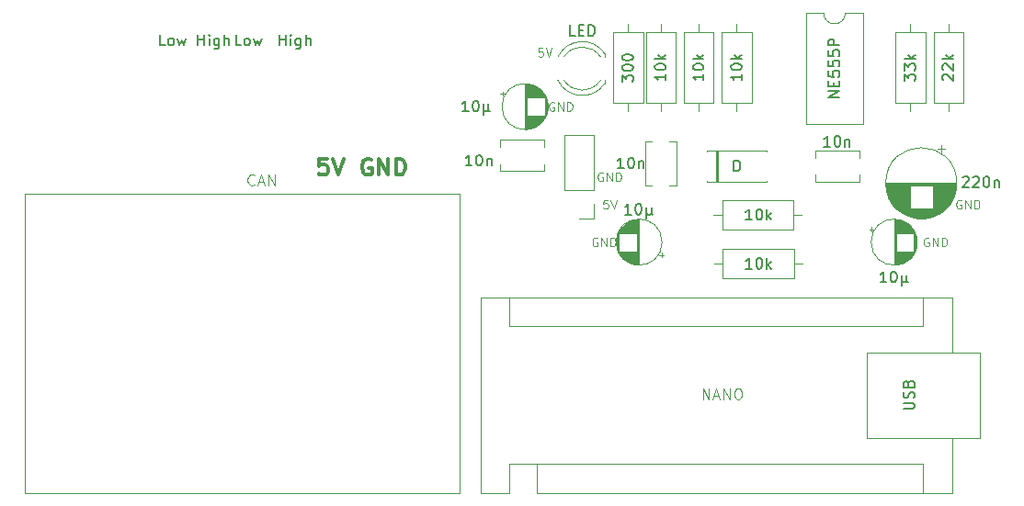
<source format=gto>
%TF.GenerationSoftware,KiCad,Pcbnew,8.0.8-8.0.8-0~ubuntu24.04.1*%
%TF.CreationDate,2025-02-23T19:20:34-07:00*%
%TF.ProjectId,Speedometer,53706565-646f-46d6-9574-65722e6b6963,v1*%
%TF.SameCoordinates,Original*%
%TF.FileFunction,Legend,Top*%
%TF.FilePolarity,Positive*%
%FSLAX46Y46*%
G04 Gerber Fmt 4.6, Leading zero omitted, Abs format (unit mm)*
G04 Created by KiCad (PCBNEW 8.0.8-8.0.8-0~ubuntu24.04.1) date 2025-02-23 19:20:34*
%MOMM*%
%LPD*%
G01*
G04 APERTURE LIST*
%ADD10C,0.100000*%
%ADD11C,0.200000*%
%ADD12C,0.300000*%
%ADD13C,0.150000*%
%ADD14C,0.120000*%
G04 APERTURE END LIST*
D10*
X127137217Y-66596895D02*
X126756265Y-66596895D01*
X126756265Y-66596895D02*
X126718169Y-66977847D01*
X126718169Y-66977847D02*
X126756265Y-66939752D01*
X126756265Y-66939752D02*
X126832455Y-66901657D01*
X126832455Y-66901657D02*
X127022931Y-66901657D01*
X127022931Y-66901657D02*
X127099122Y-66939752D01*
X127099122Y-66939752D02*
X127137217Y-66977847D01*
X127137217Y-66977847D02*
X127175312Y-67054038D01*
X127175312Y-67054038D02*
X127175312Y-67244514D01*
X127175312Y-67244514D02*
X127137217Y-67320704D01*
X127137217Y-67320704D02*
X127099122Y-67358800D01*
X127099122Y-67358800D02*
X127022931Y-67396895D01*
X127022931Y-67396895D02*
X126832455Y-67396895D01*
X126832455Y-67396895D02*
X126756265Y-67358800D01*
X126756265Y-67358800D02*
X126718169Y-67320704D01*
X127403884Y-66596895D02*
X127670551Y-67396895D01*
X127670551Y-67396895D02*
X127937217Y-66596895D01*
X121137217Y-52596895D02*
X120756265Y-52596895D01*
X120756265Y-52596895D02*
X120718169Y-52977847D01*
X120718169Y-52977847D02*
X120756265Y-52939752D01*
X120756265Y-52939752D02*
X120832455Y-52901657D01*
X120832455Y-52901657D02*
X121022931Y-52901657D01*
X121022931Y-52901657D02*
X121099122Y-52939752D01*
X121099122Y-52939752D02*
X121137217Y-52977847D01*
X121137217Y-52977847D02*
X121175312Y-53054038D01*
X121175312Y-53054038D02*
X121175312Y-53244514D01*
X121175312Y-53244514D02*
X121137217Y-53320704D01*
X121137217Y-53320704D02*
X121099122Y-53358800D01*
X121099122Y-53358800D02*
X121022931Y-53396895D01*
X121022931Y-53396895D02*
X120832455Y-53396895D01*
X120832455Y-53396895D02*
X120756265Y-53358800D01*
X120756265Y-53358800D02*
X120718169Y-53320704D01*
X121403884Y-52596895D02*
X121670551Y-53396895D01*
X121670551Y-53396895D02*
X121937217Y-52596895D01*
X122175312Y-57634990D02*
X122099122Y-57596895D01*
X122099122Y-57596895D02*
X121984836Y-57596895D01*
X121984836Y-57596895D02*
X121870550Y-57634990D01*
X121870550Y-57634990D02*
X121794360Y-57711180D01*
X121794360Y-57711180D02*
X121756265Y-57787371D01*
X121756265Y-57787371D02*
X121718169Y-57939752D01*
X121718169Y-57939752D02*
X121718169Y-58054038D01*
X121718169Y-58054038D02*
X121756265Y-58206419D01*
X121756265Y-58206419D02*
X121794360Y-58282609D01*
X121794360Y-58282609D02*
X121870550Y-58358800D01*
X121870550Y-58358800D02*
X121984836Y-58396895D01*
X121984836Y-58396895D02*
X122061027Y-58396895D01*
X122061027Y-58396895D02*
X122175312Y-58358800D01*
X122175312Y-58358800D02*
X122213408Y-58320704D01*
X122213408Y-58320704D02*
X122213408Y-58054038D01*
X122213408Y-58054038D02*
X122061027Y-58054038D01*
X122556265Y-58396895D02*
X122556265Y-57596895D01*
X122556265Y-57596895D02*
X123013408Y-58396895D01*
X123013408Y-58396895D02*
X123013408Y-57596895D01*
X123394360Y-58396895D02*
X123394360Y-57596895D01*
X123394360Y-57596895D02*
X123584836Y-57596895D01*
X123584836Y-57596895D02*
X123699122Y-57634990D01*
X123699122Y-57634990D02*
X123775312Y-57711180D01*
X123775312Y-57711180D02*
X123813407Y-57787371D01*
X123813407Y-57787371D02*
X123851503Y-57939752D01*
X123851503Y-57939752D02*
X123851503Y-58054038D01*
X123851503Y-58054038D02*
X123813407Y-58206419D01*
X123813407Y-58206419D02*
X123775312Y-58282609D01*
X123775312Y-58282609D02*
X123699122Y-58358800D01*
X123699122Y-58358800D02*
X123584836Y-58396895D01*
X123584836Y-58396895D02*
X123394360Y-58396895D01*
D11*
X86345863Y-52367219D02*
X85869673Y-52367219D01*
X85869673Y-52367219D02*
X85869673Y-51367219D01*
X86822054Y-52367219D02*
X86726816Y-52319600D01*
X86726816Y-52319600D02*
X86679197Y-52271980D01*
X86679197Y-52271980D02*
X86631578Y-52176742D01*
X86631578Y-52176742D02*
X86631578Y-51891028D01*
X86631578Y-51891028D02*
X86679197Y-51795790D01*
X86679197Y-51795790D02*
X86726816Y-51748171D01*
X86726816Y-51748171D02*
X86822054Y-51700552D01*
X86822054Y-51700552D02*
X86964911Y-51700552D01*
X86964911Y-51700552D02*
X87060149Y-51748171D01*
X87060149Y-51748171D02*
X87107768Y-51795790D01*
X87107768Y-51795790D02*
X87155387Y-51891028D01*
X87155387Y-51891028D02*
X87155387Y-52176742D01*
X87155387Y-52176742D02*
X87107768Y-52271980D01*
X87107768Y-52271980D02*
X87060149Y-52319600D01*
X87060149Y-52319600D02*
X86964911Y-52367219D01*
X86964911Y-52367219D02*
X86822054Y-52367219D01*
X87488721Y-51700552D02*
X87679197Y-52367219D01*
X87679197Y-52367219D02*
X87869673Y-51891028D01*
X87869673Y-51891028D02*
X88060149Y-52367219D01*
X88060149Y-52367219D02*
X88250625Y-51700552D01*
D10*
X126175312Y-70134990D02*
X126099122Y-70096895D01*
X126099122Y-70096895D02*
X125984836Y-70096895D01*
X125984836Y-70096895D02*
X125870550Y-70134990D01*
X125870550Y-70134990D02*
X125794360Y-70211180D01*
X125794360Y-70211180D02*
X125756265Y-70287371D01*
X125756265Y-70287371D02*
X125718169Y-70439752D01*
X125718169Y-70439752D02*
X125718169Y-70554038D01*
X125718169Y-70554038D02*
X125756265Y-70706419D01*
X125756265Y-70706419D02*
X125794360Y-70782609D01*
X125794360Y-70782609D02*
X125870550Y-70858800D01*
X125870550Y-70858800D02*
X125984836Y-70896895D01*
X125984836Y-70896895D02*
X126061027Y-70896895D01*
X126061027Y-70896895D02*
X126175312Y-70858800D01*
X126175312Y-70858800D02*
X126213408Y-70820704D01*
X126213408Y-70820704D02*
X126213408Y-70554038D01*
X126213408Y-70554038D02*
X126061027Y-70554038D01*
X126556265Y-70896895D02*
X126556265Y-70096895D01*
X126556265Y-70096895D02*
X127013408Y-70896895D01*
X127013408Y-70896895D02*
X127013408Y-70096895D01*
X127394360Y-70896895D02*
X127394360Y-70096895D01*
X127394360Y-70096895D02*
X127584836Y-70096895D01*
X127584836Y-70096895D02*
X127699122Y-70134990D01*
X127699122Y-70134990D02*
X127775312Y-70211180D01*
X127775312Y-70211180D02*
X127813407Y-70287371D01*
X127813407Y-70287371D02*
X127851503Y-70439752D01*
X127851503Y-70439752D02*
X127851503Y-70554038D01*
X127851503Y-70554038D02*
X127813407Y-70706419D01*
X127813407Y-70706419D02*
X127775312Y-70782609D01*
X127775312Y-70782609D02*
X127699122Y-70858800D01*
X127699122Y-70858800D02*
X127584836Y-70896895D01*
X127584836Y-70896895D02*
X127394360Y-70896895D01*
D12*
X105340225Y-62872257D02*
X105197368Y-62800828D01*
X105197368Y-62800828D02*
X104983082Y-62800828D01*
X104983082Y-62800828D02*
X104768796Y-62872257D01*
X104768796Y-62872257D02*
X104625939Y-63015114D01*
X104625939Y-63015114D02*
X104554510Y-63157971D01*
X104554510Y-63157971D02*
X104483082Y-63443685D01*
X104483082Y-63443685D02*
X104483082Y-63657971D01*
X104483082Y-63657971D02*
X104554510Y-63943685D01*
X104554510Y-63943685D02*
X104625939Y-64086542D01*
X104625939Y-64086542D02*
X104768796Y-64229400D01*
X104768796Y-64229400D02*
X104983082Y-64300828D01*
X104983082Y-64300828D02*
X105125939Y-64300828D01*
X105125939Y-64300828D02*
X105340225Y-64229400D01*
X105340225Y-64229400D02*
X105411653Y-64157971D01*
X105411653Y-64157971D02*
X105411653Y-63657971D01*
X105411653Y-63657971D02*
X105125939Y-63657971D01*
X106054510Y-64300828D02*
X106054510Y-62800828D01*
X106054510Y-62800828D02*
X106911653Y-64300828D01*
X106911653Y-64300828D02*
X106911653Y-62800828D01*
X107625939Y-64300828D02*
X107625939Y-62800828D01*
X107625939Y-62800828D02*
X107983082Y-62800828D01*
X107983082Y-62800828D02*
X108197368Y-62872257D01*
X108197368Y-62872257D02*
X108340225Y-63015114D01*
X108340225Y-63015114D02*
X108411654Y-63157971D01*
X108411654Y-63157971D02*
X108483082Y-63443685D01*
X108483082Y-63443685D02*
X108483082Y-63657971D01*
X108483082Y-63657971D02*
X108411654Y-63943685D01*
X108411654Y-63943685D02*
X108340225Y-64086542D01*
X108340225Y-64086542D02*
X108197368Y-64229400D01*
X108197368Y-64229400D02*
X107983082Y-64300828D01*
X107983082Y-64300828D02*
X107625939Y-64300828D01*
D10*
X135883884Y-84982419D02*
X135883884Y-83982419D01*
X135883884Y-83982419D02*
X136455312Y-84982419D01*
X136455312Y-84982419D02*
X136455312Y-83982419D01*
X136883884Y-84696704D02*
X137360074Y-84696704D01*
X136788646Y-84982419D02*
X137121979Y-83982419D01*
X137121979Y-83982419D02*
X137455312Y-84982419D01*
X137788646Y-84982419D02*
X137788646Y-83982419D01*
X137788646Y-83982419D02*
X138360074Y-84982419D01*
X138360074Y-84982419D02*
X138360074Y-83982419D01*
X139026741Y-83982419D02*
X139217217Y-83982419D01*
X139217217Y-83982419D02*
X139312455Y-84030038D01*
X139312455Y-84030038D02*
X139407693Y-84125276D01*
X139407693Y-84125276D02*
X139455312Y-84315752D01*
X139455312Y-84315752D02*
X139455312Y-84649085D01*
X139455312Y-84649085D02*
X139407693Y-84839561D01*
X139407693Y-84839561D02*
X139312455Y-84934800D01*
X139312455Y-84934800D02*
X139217217Y-84982419D01*
X139217217Y-84982419D02*
X139026741Y-84982419D01*
X139026741Y-84982419D02*
X138931503Y-84934800D01*
X138931503Y-84934800D02*
X138836265Y-84839561D01*
X138836265Y-84839561D02*
X138788646Y-84649085D01*
X138788646Y-84649085D02*
X138788646Y-84315752D01*
X138788646Y-84315752D02*
X138836265Y-84125276D01*
X138836265Y-84125276D02*
X138931503Y-84030038D01*
X138931503Y-84030038D02*
X139026741Y-83982419D01*
D11*
X89369673Y-52367219D02*
X89369673Y-51367219D01*
X89369673Y-51843409D02*
X89941101Y-51843409D01*
X89941101Y-52367219D02*
X89941101Y-51367219D01*
X90417292Y-52367219D02*
X90417292Y-51700552D01*
X90417292Y-51367219D02*
X90369673Y-51414838D01*
X90369673Y-51414838D02*
X90417292Y-51462457D01*
X90417292Y-51462457D02*
X90464911Y-51414838D01*
X90464911Y-51414838D02*
X90417292Y-51367219D01*
X90417292Y-51367219D02*
X90417292Y-51462457D01*
X91322053Y-51700552D02*
X91322053Y-52510076D01*
X91322053Y-52510076D02*
X91274434Y-52605314D01*
X91274434Y-52605314D02*
X91226815Y-52652933D01*
X91226815Y-52652933D02*
X91131577Y-52700552D01*
X91131577Y-52700552D02*
X90988720Y-52700552D01*
X90988720Y-52700552D02*
X90893482Y-52652933D01*
X91322053Y-52319600D02*
X91226815Y-52367219D01*
X91226815Y-52367219D02*
X91036339Y-52367219D01*
X91036339Y-52367219D02*
X90941101Y-52319600D01*
X90941101Y-52319600D02*
X90893482Y-52271980D01*
X90893482Y-52271980D02*
X90845863Y-52176742D01*
X90845863Y-52176742D02*
X90845863Y-51891028D01*
X90845863Y-51891028D02*
X90893482Y-51795790D01*
X90893482Y-51795790D02*
X90941101Y-51748171D01*
X90941101Y-51748171D02*
X91036339Y-51700552D01*
X91036339Y-51700552D02*
X91226815Y-51700552D01*
X91226815Y-51700552D02*
X91322053Y-51748171D01*
X91798244Y-52367219D02*
X91798244Y-51367219D01*
X92226815Y-52367219D02*
X92226815Y-51843409D01*
X92226815Y-51843409D02*
X92179196Y-51748171D01*
X92179196Y-51748171D02*
X92083958Y-51700552D01*
X92083958Y-51700552D02*
X91941101Y-51700552D01*
X91941101Y-51700552D02*
X91845863Y-51748171D01*
X91845863Y-51748171D02*
X91798244Y-51795790D01*
D10*
X126675312Y-64134990D02*
X126599122Y-64096895D01*
X126599122Y-64096895D02*
X126484836Y-64096895D01*
X126484836Y-64096895D02*
X126370550Y-64134990D01*
X126370550Y-64134990D02*
X126294360Y-64211180D01*
X126294360Y-64211180D02*
X126256265Y-64287371D01*
X126256265Y-64287371D02*
X126218169Y-64439752D01*
X126218169Y-64439752D02*
X126218169Y-64554038D01*
X126218169Y-64554038D02*
X126256265Y-64706419D01*
X126256265Y-64706419D02*
X126294360Y-64782609D01*
X126294360Y-64782609D02*
X126370550Y-64858800D01*
X126370550Y-64858800D02*
X126484836Y-64896895D01*
X126484836Y-64896895D02*
X126561027Y-64896895D01*
X126561027Y-64896895D02*
X126675312Y-64858800D01*
X126675312Y-64858800D02*
X126713408Y-64820704D01*
X126713408Y-64820704D02*
X126713408Y-64554038D01*
X126713408Y-64554038D02*
X126561027Y-64554038D01*
X127056265Y-64896895D02*
X127056265Y-64096895D01*
X127056265Y-64096895D02*
X127513408Y-64896895D01*
X127513408Y-64896895D02*
X127513408Y-64096895D01*
X127894360Y-64896895D02*
X127894360Y-64096895D01*
X127894360Y-64096895D02*
X128084836Y-64096895D01*
X128084836Y-64096895D02*
X128199122Y-64134990D01*
X128199122Y-64134990D02*
X128275312Y-64211180D01*
X128275312Y-64211180D02*
X128313407Y-64287371D01*
X128313407Y-64287371D02*
X128351503Y-64439752D01*
X128351503Y-64439752D02*
X128351503Y-64554038D01*
X128351503Y-64554038D02*
X128313407Y-64706419D01*
X128313407Y-64706419D02*
X128275312Y-64782609D01*
X128275312Y-64782609D02*
X128199122Y-64858800D01*
X128199122Y-64858800D02*
X128084836Y-64896895D01*
X128084836Y-64896895D02*
X127894360Y-64896895D01*
X159675312Y-66634990D02*
X159599122Y-66596895D01*
X159599122Y-66596895D02*
X159484836Y-66596895D01*
X159484836Y-66596895D02*
X159370550Y-66634990D01*
X159370550Y-66634990D02*
X159294360Y-66711180D01*
X159294360Y-66711180D02*
X159256265Y-66787371D01*
X159256265Y-66787371D02*
X159218169Y-66939752D01*
X159218169Y-66939752D02*
X159218169Y-67054038D01*
X159218169Y-67054038D02*
X159256265Y-67206419D01*
X159256265Y-67206419D02*
X159294360Y-67282609D01*
X159294360Y-67282609D02*
X159370550Y-67358800D01*
X159370550Y-67358800D02*
X159484836Y-67396895D01*
X159484836Y-67396895D02*
X159561027Y-67396895D01*
X159561027Y-67396895D02*
X159675312Y-67358800D01*
X159675312Y-67358800D02*
X159713408Y-67320704D01*
X159713408Y-67320704D02*
X159713408Y-67054038D01*
X159713408Y-67054038D02*
X159561027Y-67054038D01*
X160056265Y-67396895D02*
X160056265Y-66596895D01*
X160056265Y-66596895D02*
X160513408Y-67396895D01*
X160513408Y-67396895D02*
X160513408Y-66596895D01*
X160894360Y-67396895D02*
X160894360Y-66596895D01*
X160894360Y-66596895D02*
X161084836Y-66596895D01*
X161084836Y-66596895D02*
X161199122Y-66634990D01*
X161199122Y-66634990D02*
X161275312Y-66711180D01*
X161275312Y-66711180D02*
X161313407Y-66787371D01*
X161313407Y-66787371D02*
X161351503Y-66939752D01*
X161351503Y-66939752D02*
X161351503Y-67054038D01*
X161351503Y-67054038D02*
X161313407Y-67206419D01*
X161313407Y-67206419D02*
X161275312Y-67282609D01*
X161275312Y-67282609D02*
X161199122Y-67358800D01*
X161199122Y-67358800D02*
X161084836Y-67396895D01*
X161084836Y-67396895D02*
X160894360Y-67396895D01*
D12*
X101268796Y-62800828D02*
X100554510Y-62800828D01*
X100554510Y-62800828D02*
X100483082Y-63515114D01*
X100483082Y-63515114D02*
X100554510Y-63443685D01*
X100554510Y-63443685D02*
X100697368Y-63372257D01*
X100697368Y-63372257D02*
X101054510Y-63372257D01*
X101054510Y-63372257D02*
X101197368Y-63443685D01*
X101197368Y-63443685D02*
X101268796Y-63515114D01*
X101268796Y-63515114D02*
X101340225Y-63657971D01*
X101340225Y-63657971D02*
X101340225Y-64015114D01*
X101340225Y-64015114D02*
X101268796Y-64157971D01*
X101268796Y-64157971D02*
X101197368Y-64229400D01*
X101197368Y-64229400D02*
X101054510Y-64300828D01*
X101054510Y-64300828D02*
X100697368Y-64300828D01*
X100697368Y-64300828D02*
X100554510Y-64229400D01*
X100554510Y-64229400D02*
X100483082Y-64157971D01*
X101768796Y-62800828D02*
X102268796Y-64300828D01*
X102268796Y-64300828D02*
X102768796Y-62800828D01*
D11*
X93345863Y-52367219D02*
X92869673Y-52367219D01*
X92869673Y-52367219D02*
X92869673Y-51367219D01*
X93822054Y-52367219D02*
X93726816Y-52319600D01*
X93726816Y-52319600D02*
X93679197Y-52271980D01*
X93679197Y-52271980D02*
X93631578Y-52176742D01*
X93631578Y-52176742D02*
X93631578Y-51891028D01*
X93631578Y-51891028D02*
X93679197Y-51795790D01*
X93679197Y-51795790D02*
X93726816Y-51748171D01*
X93726816Y-51748171D02*
X93822054Y-51700552D01*
X93822054Y-51700552D02*
X93964911Y-51700552D01*
X93964911Y-51700552D02*
X94060149Y-51748171D01*
X94060149Y-51748171D02*
X94107768Y-51795790D01*
X94107768Y-51795790D02*
X94155387Y-51891028D01*
X94155387Y-51891028D02*
X94155387Y-52176742D01*
X94155387Y-52176742D02*
X94107768Y-52271980D01*
X94107768Y-52271980D02*
X94060149Y-52319600D01*
X94060149Y-52319600D02*
X93964911Y-52367219D01*
X93964911Y-52367219D02*
X93822054Y-52367219D01*
X94488721Y-51700552D02*
X94679197Y-52367219D01*
X94679197Y-52367219D02*
X94869673Y-51891028D01*
X94869673Y-51891028D02*
X95060149Y-52367219D01*
X95060149Y-52367219D02*
X95250625Y-51700552D01*
X96869673Y-52367219D02*
X96869673Y-51367219D01*
X96869673Y-51843409D02*
X97441101Y-51843409D01*
X97441101Y-52367219D02*
X97441101Y-51367219D01*
X97917292Y-52367219D02*
X97917292Y-51700552D01*
X97917292Y-51367219D02*
X97869673Y-51414838D01*
X97869673Y-51414838D02*
X97917292Y-51462457D01*
X97917292Y-51462457D02*
X97964911Y-51414838D01*
X97964911Y-51414838D02*
X97917292Y-51367219D01*
X97917292Y-51367219D02*
X97917292Y-51462457D01*
X98822053Y-51700552D02*
X98822053Y-52510076D01*
X98822053Y-52510076D02*
X98774434Y-52605314D01*
X98774434Y-52605314D02*
X98726815Y-52652933D01*
X98726815Y-52652933D02*
X98631577Y-52700552D01*
X98631577Y-52700552D02*
X98488720Y-52700552D01*
X98488720Y-52700552D02*
X98393482Y-52652933D01*
X98822053Y-52319600D02*
X98726815Y-52367219D01*
X98726815Y-52367219D02*
X98536339Y-52367219D01*
X98536339Y-52367219D02*
X98441101Y-52319600D01*
X98441101Y-52319600D02*
X98393482Y-52271980D01*
X98393482Y-52271980D02*
X98345863Y-52176742D01*
X98345863Y-52176742D02*
X98345863Y-51891028D01*
X98345863Y-51891028D02*
X98393482Y-51795790D01*
X98393482Y-51795790D02*
X98441101Y-51748171D01*
X98441101Y-51748171D02*
X98536339Y-51700552D01*
X98536339Y-51700552D02*
X98726815Y-51700552D01*
X98726815Y-51700552D02*
X98822053Y-51748171D01*
X99298244Y-52367219D02*
X99298244Y-51367219D01*
X99726815Y-52367219D02*
X99726815Y-51843409D01*
X99726815Y-51843409D02*
X99679196Y-51748171D01*
X99679196Y-51748171D02*
X99583958Y-51700552D01*
X99583958Y-51700552D02*
X99441101Y-51700552D01*
X99441101Y-51700552D02*
X99345863Y-51748171D01*
X99345863Y-51748171D02*
X99298244Y-51795790D01*
D10*
X156675312Y-70134990D02*
X156599122Y-70096895D01*
X156599122Y-70096895D02*
X156484836Y-70096895D01*
X156484836Y-70096895D02*
X156370550Y-70134990D01*
X156370550Y-70134990D02*
X156294360Y-70211180D01*
X156294360Y-70211180D02*
X156256265Y-70287371D01*
X156256265Y-70287371D02*
X156218169Y-70439752D01*
X156218169Y-70439752D02*
X156218169Y-70554038D01*
X156218169Y-70554038D02*
X156256265Y-70706419D01*
X156256265Y-70706419D02*
X156294360Y-70782609D01*
X156294360Y-70782609D02*
X156370550Y-70858800D01*
X156370550Y-70858800D02*
X156484836Y-70896895D01*
X156484836Y-70896895D02*
X156561027Y-70896895D01*
X156561027Y-70896895D02*
X156675312Y-70858800D01*
X156675312Y-70858800D02*
X156713408Y-70820704D01*
X156713408Y-70820704D02*
X156713408Y-70554038D01*
X156713408Y-70554038D02*
X156561027Y-70554038D01*
X157056265Y-70896895D02*
X157056265Y-70096895D01*
X157056265Y-70096895D02*
X157513408Y-70896895D01*
X157513408Y-70896895D02*
X157513408Y-70096895D01*
X157894360Y-70896895D02*
X157894360Y-70096895D01*
X157894360Y-70096895D02*
X158084836Y-70096895D01*
X158084836Y-70096895D02*
X158199122Y-70134990D01*
X158199122Y-70134990D02*
X158275312Y-70211180D01*
X158275312Y-70211180D02*
X158313407Y-70287371D01*
X158313407Y-70287371D02*
X158351503Y-70439752D01*
X158351503Y-70439752D02*
X158351503Y-70554038D01*
X158351503Y-70554038D02*
X158313407Y-70706419D01*
X158313407Y-70706419D02*
X158275312Y-70782609D01*
X158275312Y-70782609D02*
X158199122Y-70858800D01*
X158199122Y-70858800D02*
X158084836Y-70896895D01*
X158084836Y-70896895D02*
X157894360Y-70896895D01*
X94575312Y-65157180D02*
X94527693Y-65204800D01*
X94527693Y-65204800D02*
X94384836Y-65252419D01*
X94384836Y-65252419D02*
X94289598Y-65252419D01*
X94289598Y-65252419D02*
X94146741Y-65204800D01*
X94146741Y-65204800D02*
X94051503Y-65109561D01*
X94051503Y-65109561D02*
X94003884Y-65014323D01*
X94003884Y-65014323D02*
X93956265Y-64823847D01*
X93956265Y-64823847D02*
X93956265Y-64680990D01*
X93956265Y-64680990D02*
X94003884Y-64490514D01*
X94003884Y-64490514D02*
X94051503Y-64395276D01*
X94051503Y-64395276D02*
X94146741Y-64300038D01*
X94146741Y-64300038D02*
X94289598Y-64252419D01*
X94289598Y-64252419D02*
X94384836Y-64252419D01*
X94384836Y-64252419D02*
X94527693Y-64300038D01*
X94527693Y-64300038D02*
X94575312Y-64347657D01*
X94956265Y-64966704D02*
X95432455Y-64966704D01*
X94861027Y-65252419D02*
X95194360Y-64252419D01*
X95194360Y-64252419D02*
X95527693Y-65252419D01*
X95861027Y-65252419D02*
X95861027Y-64252419D01*
X95861027Y-64252419D02*
X96432455Y-65252419D01*
X96432455Y-65252419D02*
X96432455Y-64252419D01*
D13*
X124127142Y-51494819D02*
X123650952Y-51494819D01*
X123650952Y-51494819D02*
X123650952Y-50494819D01*
X124460476Y-50971009D02*
X124793809Y-50971009D01*
X124936666Y-51494819D02*
X124460476Y-51494819D01*
X124460476Y-51494819D02*
X124460476Y-50494819D01*
X124460476Y-50494819D02*
X124936666Y-50494819D01*
X125365238Y-51494819D02*
X125365238Y-50494819D01*
X125365238Y-50494819D02*
X125603333Y-50494819D01*
X125603333Y-50494819D02*
X125746190Y-50542438D01*
X125746190Y-50542438D02*
X125841428Y-50637676D01*
X125841428Y-50637676D02*
X125889047Y-50732914D01*
X125889047Y-50732914D02*
X125936666Y-50923390D01*
X125936666Y-50923390D02*
X125936666Y-51066247D01*
X125936666Y-51066247D02*
X125889047Y-51256723D01*
X125889047Y-51256723D02*
X125841428Y-51351961D01*
X125841428Y-51351961D02*
X125746190Y-51447200D01*
X125746190Y-51447200D02*
X125603333Y-51494819D01*
X125603333Y-51494819D02*
X125365238Y-51494819D01*
X114607142Y-63454819D02*
X114035714Y-63454819D01*
X114321428Y-63454819D02*
X114321428Y-62454819D01*
X114321428Y-62454819D02*
X114226190Y-62597676D01*
X114226190Y-62597676D02*
X114130952Y-62692914D01*
X114130952Y-62692914D02*
X114035714Y-62740533D01*
X115226190Y-62454819D02*
X115321428Y-62454819D01*
X115321428Y-62454819D02*
X115416666Y-62502438D01*
X115416666Y-62502438D02*
X115464285Y-62550057D01*
X115464285Y-62550057D02*
X115511904Y-62645295D01*
X115511904Y-62645295D02*
X115559523Y-62835771D01*
X115559523Y-62835771D02*
X115559523Y-63073866D01*
X115559523Y-63073866D02*
X115511904Y-63264342D01*
X115511904Y-63264342D02*
X115464285Y-63359580D01*
X115464285Y-63359580D02*
X115416666Y-63407200D01*
X115416666Y-63407200D02*
X115321428Y-63454819D01*
X115321428Y-63454819D02*
X115226190Y-63454819D01*
X115226190Y-63454819D02*
X115130952Y-63407200D01*
X115130952Y-63407200D02*
X115083333Y-63359580D01*
X115083333Y-63359580D02*
X115035714Y-63264342D01*
X115035714Y-63264342D02*
X114988095Y-63073866D01*
X114988095Y-63073866D02*
X114988095Y-62835771D01*
X114988095Y-62835771D02*
X115035714Y-62645295D01*
X115035714Y-62645295D02*
X115083333Y-62550057D01*
X115083333Y-62550057D02*
X115130952Y-62502438D01*
X115130952Y-62502438D02*
X115226190Y-62454819D01*
X115988095Y-62788152D02*
X115988095Y-63454819D01*
X115988095Y-62883390D02*
X116035714Y-62835771D01*
X116035714Y-62835771D02*
X116130952Y-62788152D01*
X116130952Y-62788152D02*
X116273809Y-62788152D01*
X116273809Y-62788152D02*
X116369047Y-62835771D01*
X116369047Y-62835771D02*
X116416666Y-62931009D01*
X116416666Y-62931009D02*
X116416666Y-63454819D01*
X128454819Y-55705713D02*
X128454819Y-55086666D01*
X128454819Y-55086666D02*
X128835771Y-55419999D01*
X128835771Y-55419999D02*
X128835771Y-55277142D01*
X128835771Y-55277142D02*
X128883390Y-55181904D01*
X128883390Y-55181904D02*
X128931009Y-55134285D01*
X128931009Y-55134285D02*
X129026247Y-55086666D01*
X129026247Y-55086666D02*
X129264342Y-55086666D01*
X129264342Y-55086666D02*
X129359580Y-55134285D01*
X129359580Y-55134285D02*
X129407200Y-55181904D01*
X129407200Y-55181904D02*
X129454819Y-55277142D01*
X129454819Y-55277142D02*
X129454819Y-55562856D01*
X129454819Y-55562856D02*
X129407200Y-55658094D01*
X129407200Y-55658094D02*
X129359580Y-55705713D01*
X128454819Y-54467618D02*
X128454819Y-54372380D01*
X128454819Y-54372380D02*
X128502438Y-54277142D01*
X128502438Y-54277142D02*
X128550057Y-54229523D01*
X128550057Y-54229523D02*
X128645295Y-54181904D01*
X128645295Y-54181904D02*
X128835771Y-54134285D01*
X128835771Y-54134285D02*
X129073866Y-54134285D01*
X129073866Y-54134285D02*
X129264342Y-54181904D01*
X129264342Y-54181904D02*
X129359580Y-54229523D01*
X129359580Y-54229523D02*
X129407200Y-54277142D01*
X129407200Y-54277142D02*
X129454819Y-54372380D01*
X129454819Y-54372380D02*
X129454819Y-54467618D01*
X129454819Y-54467618D02*
X129407200Y-54562856D01*
X129407200Y-54562856D02*
X129359580Y-54610475D01*
X129359580Y-54610475D02*
X129264342Y-54658094D01*
X129264342Y-54658094D02*
X129073866Y-54705713D01*
X129073866Y-54705713D02*
X128835771Y-54705713D01*
X128835771Y-54705713D02*
X128645295Y-54658094D01*
X128645295Y-54658094D02*
X128550057Y-54610475D01*
X128550057Y-54610475D02*
X128502438Y-54562856D01*
X128502438Y-54562856D02*
X128454819Y-54467618D01*
X128454819Y-53515237D02*
X128454819Y-53419999D01*
X128454819Y-53419999D02*
X128502438Y-53324761D01*
X128502438Y-53324761D02*
X128550057Y-53277142D01*
X128550057Y-53277142D02*
X128645295Y-53229523D01*
X128645295Y-53229523D02*
X128835771Y-53181904D01*
X128835771Y-53181904D02*
X129073866Y-53181904D01*
X129073866Y-53181904D02*
X129264342Y-53229523D01*
X129264342Y-53229523D02*
X129359580Y-53277142D01*
X129359580Y-53277142D02*
X129407200Y-53324761D01*
X129407200Y-53324761D02*
X129454819Y-53419999D01*
X129454819Y-53419999D02*
X129454819Y-53515237D01*
X129454819Y-53515237D02*
X129407200Y-53610475D01*
X129407200Y-53610475D02*
X129359580Y-53658094D01*
X129359580Y-53658094D02*
X129264342Y-53705713D01*
X129264342Y-53705713D02*
X129073866Y-53753332D01*
X129073866Y-53753332D02*
X128835771Y-53753332D01*
X128835771Y-53753332D02*
X128645295Y-53705713D01*
X128645295Y-53705713D02*
X128550057Y-53658094D01*
X128550057Y-53658094D02*
X128502438Y-53610475D01*
X128502438Y-53610475D02*
X128454819Y-53515237D01*
X135954819Y-55015238D02*
X135954819Y-55586666D01*
X135954819Y-55300952D02*
X134954819Y-55300952D01*
X134954819Y-55300952D02*
X135097676Y-55396190D01*
X135097676Y-55396190D02*
X135192914Y-55491428D01*
X135192914Y-55491428D02*
X135240533Y-55586666D01*
X134954819Y-54396190D02*
X134954819Y-54300952D01*
X134954819Y-54300952D02*
X135002438Y-54205714D01*
X135002438Y-54205714D02*
X135050057Y-54158095D01*
X135050057Y-54158095D02*
X135145295Y-54110476D01*
X135145295Y-54110476D02*
X135335771Y-54062857D01*
X135335771Y-54062857D02*
X135573866Y-54062857D01*
X135573866Y-54062857D02*
X135764342Y-54110476D01*
X135764342Y-54110476D02*
X135859580Y-54158095D01*
X135859580Y-54158095D02*
X135907200Y-54205714D01*
X135907200Y-54205714D02*
X135954819Y-54300952D01*
X135954819Y-54300952D02*
X135954819Y-54396190D01*
X135954819Y-54396190D02*
X135907200Y-54491428D01*
X135907200Y-54491428D02*
X135859580Y-54539047D01*
X135859580Y-54539047D02*
X135764342Y-54586666D01*
X135764342Y-54586666D02*
X135573866Y-54634285D01*
X135573866Y-54634285D02*
X135335771Y-54634285D01*
X135335771Y-54634285D02*
X135145295Y-54586666D01*
X135145295Y-54586666D02*
X135050057Y-54539047D01*
X135050057Y-54539047D02*
X135002438Y-54491428D01*
X135002438Y-54491428D02*
X134954819Y-54396190D01*
X135954819Y-53634285D02*
X134954819Y-53634285D01*
X135573866Y-53539047D02*
X135954819Y-53253333D01*
X135288152Y-53253333D02*
X135669104Y-53634285D01*
X154354819Y-85881904D02*
X155164342Y-85881904D01*
X155164342Y-85881904D02*
X155259580Y-85834285D01*
X155259580Y-85834285D02*
X155307200Y-85786666D01*
X155307200Y-85786666D02*
X155354819Y-85691428D01*
X155354819Y-85691428D02*
X155354819Y-85500952D01*
X155354819Y-85500952D02*
X155307200Y-85405714D01*
X155307200Y-85405714D02*
X155259580Y-85358095D01*
X155259580Y-85358095D02*
X155164342Y-85310476D01*
X155164342Y-85310476D02*
X154354819Y-85310476D01*
X155307200Y-84881904D02*
X155354819Y-84739047D01*
X155354819Y-84739047D02*
X155354819Y-84500952D01*
X155354819Y-84500952D02*
X155307200Y-84405714D01*
X155307200Y-84405714D02*
X155259580Y-84358095D01*
X155259580Y-84358095D02*
X155164342Y-84310476D01*
X155164342Y-84310476D02*
X155069104Y-84310476D01*
X155069104Y-84310476D02*
X154973866Y-84358095D01*
X154973866Y-84358095D02*
X154926247Y-84405714D01*
X154926247Y-84405714D02*
X154878628Y-84500952D01*
X154878628Y-84500952D02*
X154831009Y-84691428D01*
X154831009Y-84691428D02*
X154783390Y-84786666D01*
X154783390Y-84786666D02*
X154735771Y-84834285D01*
X154735771Y-84834285D02*
X154640533Y-84881904D01*
X154640533Y-84881904D02*
X154545295Y-84881904D01*
X154545295Y-84881904D02*
X154450057Y-84834285D01*
X154450057Y-84834285D02*
X154402438Y-84786666D01*
X154402438Y-84786666D02*
X154354819Y-84691428D01*
X154354819Y-84691428D02*
X154354819Y-84453333D01*
X154354819Y-84453333D02*
X154402438Y-84310476D01*
X154831009Y-83548571D02*
X154878628Y-83405714D01*
X154878628Y-83405714D02*
X154926247Y-83358095D01*
X154926247Y-83358095D02*
X155021485Y-83310476D01*
X155021485Y-83310476D02*
X155164342Y-83310476D01*
X155164342Y-83310476D02*
X155259580Y-83358095D01*
X155259580Y-83358095D02*
X155307200Y-83405714D01*
X155307200Y-83405714D02*
X155354819Y-83500952D01*
X155354819Y-83500952D02*
X155354819Y-83881904D01*
X155354819Y-83881904D02*
X154354819Y-83881904D01*
X154354819Y-83881904D02*
X154354819Y-83548571D01*
X154354819Y-83548571D02*
X154402438Y-83453333D01*
X154402438Y-83453333D02*
X154450057Y-83405714D01*
X154450057Y-83405714D02*
X154545295Y-83358095D01*
X154545295Y-83358095D02*
X154640533Y-83358095D01*
X154640533Y-83358095D02*
X154735771Y-83405714D01*
X154735771Y-83405714D02*
X154783390Y-83453333D01*
X154783390Y-83453333D02*
X154831009Y-83548571D01*
X154831009Y-83548571D02*
X154831009Y-83881904D01*
X114285714Y-58454819D02*
X113714286Y-58454819D01*
X114000000Y-58454819D02*
X114000000Y-57454819D01*
X114000000Y-57454819D02*
X113904762Y-57597676D01*
X113904762Y-57597676D02*
X113809524Y-57692914D01*
X113809524Y-57692914D02*
X113714286Y-57740533D01*
X114904762Y-57454819D02*
X115000000Y-57454819D01*
X115000000Y-57454819D02*
X115095238Y-57502438D01*
X115095238Y-57502438D02*
X115142857Y-57550057D01*
X115142857Y-57550057D02*
X115190476Y-57645295D01*
X115190476Y-57645295D02*
X115238095Y-57835771D01*
X115238095Y-57835771D02*
X115238095Y-58073866D01*
X115238095Y-58073866D02*
X115190476Y-58264342D01*
X115190476Y-58264342D02*
X115142857Y-58359580D01*
X115142857Y-58359580D02*
X115095238Y-58407200D01*
X115095238Y-58407200D02*
X115000000Y-58454819D01*
X115000000Y-58454819D02*
X114904762Y-58454819D01*
X114904762Y-58454819D02*
X114809524Y-58407200D01*
X114809524Y-58407200D02*
X114761905Y-58359580D01*
X114761905Y-58359580D02*
X114714286Y-58264342D01*
X114714286Y-58264342D02*
X114666667Y-58073866D01*
X114666667Y-58073866D02*
X114666667Y-57835771D01*
X114666667Y-57835771D02*
X114714286Y-57645295D01*
X114714286Y-57645295D02*
X114761905Y-57550057D01*
X114761905Y-57550057D02*
X114809524Y-57502438D01*
X114809524Y-57502438D02*
X114904762Y-57454819D01*
X115666667Y-57788152D02*
X115666667Y-58788152D01*
X116142857Y-58311961D02*
X116190476Y-58407200D01*
X116190476Y-58407200D02*
X116285714Y-58454819D01*
X115666667Y-58311961D02*
X115714286Y-58407200D01*
X115714286Y-58407200D02*
X115809524Y-58454819D01*
X115809524Y-58454819D02*
X116000000Y-58454819D01*
X116000000Y-58454819D02*
X116095238Y-58407200D01*
X116095238Y-58407200D02*
X116142857Y-58311961D01*
X116142857Y-58311961D02*
X116142857Y-57788152D01*
X140404761Y-68454819D02*
X139833333Y-68454819D01*
X140119047Y-68454819D02*
X140119047Y-67454819D01*
X140119047Y-67454819D02*
X140023809Y-67597676D01*
X140023809Y-67597676D02*
X139928571Y-67692914D01*
X139928571Y-67692914D02*
X139833333Y-67740533D01*
X141023809Y-67454819D02*
X141119047Y-67454819D01*
X141119047Y-67454819D02*
X141214285Y-67502438D01*
X141214285Y-67502438D02*
X141261904Y-67550057D01*
X141261904Y-67550057D02*
X141309523Y-67645295D01*
X141309523Y-67645295D02*
X141357142Y-67835771D01*
X141357142Y-67835771D02*
X141357142Y-68073866D01*
X141357142Y-68073866D02*
X141309523Y-68264342D01*
X141309523Y-68264342D02*
X141261904Y-68359580D01*
X141261904Y-68359580D02*
X141214285Y-68407200D01*
X141214285Y-68407200D02*
X141119047Y-68454819D01*
X141119047Y-68454819D02*
X141023809Y-68454819D01*
X141023809Y-68454819D02*
X140928571Y-68407200D01*
X140928571Y-68407200D02*
X140880952Y-68359580D01*
X140880952Y-68359580D02*
X140833333Y-68264342D01*
X140833333Y-68264342D02*
X140785714Y-68073866D01*
X140785714Y-68073866D02*
X140785714Y-67835771D01*
X140785714Y-67835771D02*
X140833333Y-67645295D01*
X140833333Y-67645295D02*
X140880952Y-67550057D01*
X140880952Y-67550057D02*
X140928571Y-67502438D01*
X140928571Y-67502438D02*
X141023809Y-67454819D01*
X141785714Y-68454819D02*
X141785714Y-67454819D01*
X141880952Y-68073866D02*
X142166666Y-68454819D01*
X142166666Y-67788152D02*
X141785714Y-68169104D01*
X128607142Y-63704819D02*
X128035714Y-63704819D01*
X128321428Y-63704819D02*
X128321428Y-62704819D01*
X128321428Y-62704819D02*
X128226190Y-62847676D01*
X128226190Y-62847676D02*
X128130952Y-62942914D01*
X128130952Y-62942914D02*
X128035714Y-62990533D01*
X129226190Y-62704819D02*
X129321428Y-62704819D01*
X129321428Y-62704819D02*
X129416666Y-62752438D01*
X129416666Y-62752438D02*
X129464285Y-62800057D01*
X129464285Y-62800057D02*
X129511904Y-62895295D01*
X129511904Y-62895295D02*
X129559523Y-63085771D01*
X129559523Y-63085771D02*
X129559523Y-63323866D01*
X129559523Y-63323866D02*
X129511904Y-63514342D01*
X129511904Y-63514342D02*
X129464285Y-63609580D01*
X129464285Y-63609580D02*
X129416666Y-63657200D01*
X129416666Y-63657200D02*
X129321428Y-63704819D01*
X129321428Y-63704819D02*
X129226190Y-63704819D01*
X129226190Y-63704819D02*
X129130952Y-63657200D01*
X129130952Y-63657200D02*
X129083333Y-63609580D01*
X129083333Y-63609580D02*
X129035714Y-63514342D01*
X129035714Y-63514342D02*
X128988095Y-63323866D01*
X128988095Y-63323866D02*
X128988095Y-63085771D01*
X128988095Y-63085771D02*
X129035714Y-62895295D01*
X129035714Y-62895295D02*
X129083333Y-62800057D01*
X129083333Y-62800057D02*
X129130952Y-62752438D01*
X129130952Y-62752438D02*
X129226190Y-62704819D01*
X129988095Y-63038152D02*
X129988095Y-63704819D01*
X129988095Y-63133390D02*
X130035714Y-63085771D01*
X130035714Y-63085771D02*
X130130952Y-63038152D01*
X130130952Y-63038152D02*
X130273809Y-63038152D01*
X130273809Y-63038152D02*
X130369047Y-63085771D01*
X130369047Y-63085771D02*
X130416666Y-63181009D01*
X130416666Y-63181009D02*
X130416666Y-63704819D01*
X132454819Y-55015238D02*
X132454819Y-55586666D01*
X132454819Y-55300952D02*
X131454819Y-55300952D01*
X131454819Y-55300952D02*
X131597676Y-55396190D01*
X131597676Y-55396190D02*
X131692914Y-55491428D01*
X131692914Y-55491428D02*
X131740533Y-55586666D01*
X131454819Y-54396190D02*
X131454819Y-54300952D01*
X131454819Y-54300952D02*
X131502438Y-54205714D01*
X131502438Y-54205714D02*
X131550057Y-54158095D01*
X131550057Y-54158095D02*
X131645295Y-54110476D01*
X131645295Y-54110476D02*
X131835771Y-54062857D01*
X131835771Y-54062857D02*
X132073866Y-54062857D01*
X132073866Y-54062857D02*
X132264342Y-54110476D01*
X132264342Y-54110476D02*
X132359580Y-54158095D01*
X132359580Y-54158095D02*
X132407200Y-54205714D01*
X132407200Y-54205714D02*
X132454819Y-54300952D01*
X132454819Y-54300952D02*
X132454819Y-54396190D01*
X132454819Y-54396190D02*
X132407200Y-54491428D01*
X132407200Y-54491428D02*
X132359580Y-54539047D01*
X132359580Y-54539047D02*
X132264342Y-54586666D01*
X132264342Y-54586666D02*
X132073866Y-54634285D01*
X132073866Y-54634285D02*
X131835771Y-54634285D01*
X131835771Y-54634285D02*
X131645295Y-54586666D01*
X131645295Y-54586666D02*
X131550057Y-54539047D01*
X131550057Y-54539047D02*
X131502438Y-54491428D01*
X131502438Y-54491428D02*
X131454819Y-54396190D01*
X132454819Y-53634285D02*
X131454819Y-53634285D01*
X132073866Y-53539047D02*
X132454819Y-53253333D01*
X131788152Y-53253333D02*
X132169104Y-53634285D01*
X158050057Y-55586666D02*
X158002438Y-55539047D01*
X158002438Y-55539047D02*
X157954819Y-55443809D01*
X157954819Y-55443809D02*
X157954819Y-55205714D01*
X157954819Y-55205714D02*
X158002438Y-55110476D01*
X158002438Y-55110476D02*
X158050057Y-55062857D01*
X158050057Y-55062857D02*
X158145295Y-55015238D01*
X158145295Y-55015238D02*
X158240533Y-55015238D01*
X158240533Y-55015238D02*
X158383390Y-55062857D01*
X158383390Y-55062857D02*
X158954819Y-55634285D01*
X158954819Y-55634285D02*
X158954819Y-55015238D01*
X158050057Y-54634285D02*
X158002438Y-54586666D01*
X158002438Y-54586666D02*
X157954819Y-54491428D01*
X157954819Y-54491428D02*
X157954819Y-54253333D01*
X157954819Y-54253333D02*
X158002438Y-54158095D01*
X158002438Y-54158095D02*
X158050057Y-54110476D01*
X158050057Y-54110476D02*
X158145295Y-54062857D01*
X158145295Y-54062857D02*
X158240533Y-54062857D01*
X158240533Y-54062857D02*
X158383390Y-54110476D01*
X158383390Y-54110476D02*
X158954819Y-54681904D01*
X158954819Y-54681904D02*
X158954819Y-54062857D01*
X158954819Y-53634285D02*
X157954819Y-53634285D01*
X158573866Y-53539047D02*
X158954819Y-53253333D01*
X158288152Y-53253333D02*
X158669104Y-53634285D01*
X152785714Y-74204819D02*
X152214286Y-74204819D01*
X152500000Y-74204819D02*
X152500000Y-73204819D01*
X152500000Y-73204819D02*
X152404762Y-73347676D01*
X152404762Y-73347676D02*
X152309524Y-73442914D01*
X152309524Y-73442914D02*
X152214286Y-73490533D01*
X153404762Y-73204819D02*
X153500000Y-73204819D01*
X153500000Y-73204819D02*
X153595238Y-73252438D01*
X153595238Y-73252438D02*
X153642857Y-73300057D01*
X153642857Y-73300057D02*
X153690476Y-73395295D01*
X153690476Y-73395295D02*
X153738095Y-73585771D01*
X153738095Y-73585771D02*
X153738095Y-73823866D01*
X153738095Y-73823866D02*
X153690476Y-74014342D01*
X153690476Y-74014342D02*
X153642857Y-74109580D01*
X153642857Y-74109580D02*
X153595238Y-74157200D01*
X153595238Y-74157200D02*
X153500000Y-74204819D01*
X153500000Y-74204819D02*
X153404762Y-74204819D01*
X153404762Y-74204819D02*
X153309524Y-74157200D01*
X153309524Y-74157200D02*
X153261905Y-74109580D01*
X153261905Y-74109580D02*
X153214286Y-74014342D01*
X153214286Y-74014342D02*
X153166667Y-73823866D01*
X153166667Y-73823866D02*
X153166667Y-73585771D01*
X153166667Y-73585771D02*
X153214286Y-73395295D01*
X153214286Y-73395295D02*
X153261905Y-73300057D01*
X153261905Y-73300057D02*
X153309524Y-73252438D01*
X153309524Y-73252438D02*
X153404762Y-73204819D01*
X154166667Y-73538152D02*
X154166667Y-74538152D01*
X154642857Y-74061961D02*
X154690476Y-74157200D01*
X154690476Y-74157200D02*
X154785714Y-74204819D01*
X154166667Y-74061961D02*
X154214286Y-74157200D01*
X154214286Y-74157200D02*
X154309524Y-74204819D01*
X154309524Y-74204819D02*
X154500000Y-74204819D01*
X154500000Y-74204819D02*
X154595238Y-74157200D01*
X154595238Y-74157200D02*
X154642857Y-74061961D01*
X154642857Y-74061961D02*
X154642857Y-73538152D01*
X154454819Y-55634285D02*
X154454819Y-55015238D01*
X154454819Y-55015238D02*
X154835771Y-55348571D01*
X154835771Y-55348571D02*
X154835771Y-55205714D01*
X154835771Y-55205714D02*
X154883390Y-55110476D01*
X154883390Y-55110476D02*
X154931009Y-55062857D01*
X154931009Y-55062857D02*
X155026247Y-55015238D01*
X155026247Y-55015238D02*
X155264342Y-55015238D01*
X155264342Y-55015238D02*
X155359580Y-55062857D01*
X155359580Y-55062857D02*
X155407200Y-55110476D01*
X155407200Y-55110476D02*
X155454819Y-55205714D01*
X155454819Y-55205714D02*
X155454819Y-55491428D01*
X155454819Y-55491428D02*
X155407200Y-55586666D01*
X155407200Y-55586666D02*
X155359580Y-55634285D01*
X154454819Y-54681904D02*
X154454819Y-54062857D01*
X154454819Y-54062857D02*
X154835771Y-54396190D01*
X154835771Y-54396190D02*
X154835771Y-54253333D01*
X154835771Y-54253333D02*
X154883390Y-54158095D01*
X154883390Y-54158095D02*
X154931009Y-54110476D01*
X154931009Y-54110476D02*
X155026247Y-54062857D01*
X155026247Y-54062857D02*
X155264342Y-54062857D01*
X155264342Y-54062857D02*
X155359580Y-54110476D01*
X155359580Y-54110476D02*
X155407200Y-54158095D01*
X155407200Y-54158095D02*
X155454819Y-54253333D01*
X155454819Y-54253333D02*
X155454819Y-54539047D01*
X155454819Y-54539047D02*
X155407200Y-54634285D01*
X155407200Y-54634285D02*
X155359580Y-54681904D01*
X155454819Y-53634285D02*
X154454819Y-53634285D01*
X155073866Y-53539047D02*
X155454819Y-53253333D01*
X154788152Y-53253333D02*
X155169104Y-53634285D01*
X147607142Y-61704819D02*
X147035714Y-61704819D01*
X147321428Y-61704819D02*
X147321428Y-60704819D01*
X147321428Y-60704819D02*
X147226190Y-60847676D01*
X147226190Y-60847676D02*
X147130952Y-60942914D01*
X147130952Y-60942914D02*
X147035714Y-60990533D01*
X148226190Y-60704819D02*
X148321428Y-60704819D01*
X148321428Y-60704819D02*
X148416666Y-60752438D01*
X148416666Y-60752438D02*
X148464285Y-60800057D01*
X148464285Y-60800057D02*
X148511904Y-60895295D01*
X148511904Y-60895295D02*
X148559523Y-61085771D01*
X148559523Y-61085771D02*
X148559523Y-61323866D01*
X148559523Y-61323866D02*
X148511904Y-61514342D01*
X148511904Y-61514342D02*
X148464285Y-61609580D01*
X148464285Y-61609580D02*
X148416666Y-61657200D01*
X148416666Y-61657200D02*
X148321428Y-61704819D01*
X148321428Y-61704819D02*
X148226190Y-61704819D01*
X148226190Y-61704819D02*
X148130952Y-61657200D01*
X148130952Y-61657200D02*
X148083333Y-61609580D01*
X148083333Y-61609580D02*
X148035714Y-61514342D01*
X148035714Y-61514342D02*
X147988095Y-61323866D01*
X147988095Y-61323866D02*
X147988095Y-61085771D01*
X147988095Y-61085771D02*
X148035714Y-60895295D01*
X148035714Y-60895295D02*
X148083333Y-60800057D01*
X148083333Y-60800057D02*
X148130952Y-60752438D01*
X148130952Y-60752438D02*
X148226190Y-60704819D01*
X148988095Y-61038152D02*
X148988095Y-61704819D01*
X148988095Y-61133390D02*
X149035714Y-61085771D01*
X149035714Y-61085771D02*
X149130952Y-61038152D01*
X149130952Y-61038152D02*
X149273809Y-61038152D01*
X149273809Y-61038152D02*
X149369047Y-61085771D01*
X149369047Y-61085771D02*
X149416666Y-61181009D01*
X149416666Y-61181009D02*
X149416666Y-61704819D01*
X148454819Y-57166666D02*
X147454819Y-57166666D01*
X147454819Y-57166666D02*
X148454819Y-56595238D01*
X148454819Y-56595238D02*
X147454819Y-56595238D01*
X147931009Y-56119047D02*
X147931009Y-55785714D01*
X148454819Y-55642857D02*
X148454819Y-56119047D01*
X148454819Y-56119047D02*
X147454819Y-56119047D01*
X147454819Y-56119047D02*
X147454819Y-55642857D01*
X147454819Y-54738095D02*
X147454819Y-55214285D01*
X147454819Y-55214285D02*
X147931009Y-55261904D01*
X147931009Y-55261904D02*
X147883390Y-55214285D01*
X147883390Y-55214285D02*
X147835771Y-55119047D01*
X147835771Y-55119047D02*
X147835771Y-54880952D01*
X147835771Y-54880952D02*
X147883390Y-54785714D01*
X147883390Y-54785714D02*
X147931009Y-54738095D01*
X147931009Y-54738095D02*
X148026247Y-54690476D01*
X148026247Y-54690476D02*
X148264342Y-54690476D01*
X148264342Y-54690476D02*
X148359580Y-54738095D01*
X148359580Y-54738095D02*
X148407200Y-54785714D01*
X148407200Y-54785714D02*
X148454819Y-54880952D01*
X148454819Y-54880952D02*
X148454819Y-55119047D01*
X148454819Y-55119047D02*
X148407200Y-55214285D01*
X148407200Y-55214285D02*
X148359580Y-55261904D01*
X147454819Y-53785714D02*
X147454819Y-54261904D01*
X147454819Y-54261904D02*
X147931009Y-54309523D01*
X147931009Y-54309523D02*
X147883390Y-54261904D01*
X147883390Y-54261904D02*
X147835771Y-54166666D01*
X147835771Y-54166666D02*
X147835771Y-53928571D01*
X147835771Y-53928571D02*
X147883390Y-53833333D01*
X147883390Y-53833333D02*
X147931009Y-53785714D01*
X147931009Y-53785714D02*
X148026247Y-53738095D01*
X148026247Y-53738095D02*
X148264342Y-53738095D01*
X148264342Y-53738095D02*
X148359580Y-53785714D01*
X148359580Y-53785714D02*
X148407200Y-53833333D01*
X148407200Y-53833333D02*
X148454819Y-53928571D01*
X148454819Y-53928571D02*
X148454819Y-54166666D01*
X148454819Y-54166666D02*
X148407200Y-54261904D01*
X148407200Y-54261904D02*
X148359580Y-54309523D01*
X147454819Y-52833333D02*
X147454819Y-53309523D01*
X147454819Y-53309523D02*
X147931009Y-53357142D01*
X147931009Y-53357142D02*
X147883390Y-53309523D01*
X147883390Y-53309523D02*
X147835771Y-53214285D01*
X147835771Y-53214285D02*
X147835771Y-52976190D01*
X147835771Y-52976190D02*
X147883390Y-52880952D01*
X147883390Y-52880952D02*
X147931009Y-52833333D01*
X147931009Y-52833333D02*
X148026247Y-52785714D01*
X148026247Y-52785714D02*
X148264342Y-52785714D01*
X148264342Y-52785714D02*
X148359580Y-52833333D01*
X148359580Y-52833333D02*
X148407200Y-52880952D01*
X148407200Y-52880952D02*
X148454819Y-52976190D01*
X148454819Y-52976190D02*
X148454819Y-53214285D01*
X148454819Y-53214285D02*
X148407200Y-53309523D01*
X148407200Y-53309523D02*
X148359580Y-53357142D01*
X148454819Y-52357142D02*
X147454819Y-52357142D01*
X147454819Y-52357142D02*
X147454819Y-51976190D01*
X147454819Y-51976190D02*
X147502438Y-51880952D01*
X147502438Y-51880952D02*
X147550057Y-51833333D01*
X147550057Y-51833333D02*
X147645295Y-51785714D01*
X147645295Y-51785714D02*
X147788152Y-51785714D01*
X147788152Y-51785714D02*
X147883390Y-51833333D01*
X147883390Y-51833333D02*
X147931009Y-51880952D01*
X147931009Y-51880952D02*
X147978628Y-51976190D01*
X147978628Y-51976190D02*
X147978628Y-52357142D01*
X159809524Y-64550057D02*
X159857143Y-64502438D01*
X159857143Y-64502438D02*
X159952381Y-64454819D01*
X159952381Y-64454819D02*
X160190476Y-64454819D01*
X160190476Y-64454819D02*
X160285714Y-64502438D01*
X160285714Y-64502438D02*
X160333333Y-64550057D01*
X160333333Y-64550057D02*
X160380952Y-64645295D01*
X160380952Y-64645295D02*
X160380952Y-64740533D01*
X160380952Y-64740533D02*
X160333333Y-64883390D01*
X160333333Y-64883390D02*
X159761905Y-65454819D01*
X159761905Y-65454819D02*
X160380952Y-65454819D01*
X160761905Y-64550057D02*
X160809524Y-64502438D01*
X160809524Y-64502438D02*
X160904762Y-64454819D01*
X160904762Y-64454819D02*
X161142857Y-64454819D01*
X161142857Y-64454819D02*
X161238095Y-64502438D01*
X161238095Y-64502438D02*
X161285714Y-64550057D01*
X161285714Y-64550057D02*
X161333333Y-64645295D01*
X161333333Y-64645295D02*
X161333333Y-64740533D01*
X161333333Y-64740533D02*
X161285714Y-64883390D01*
X161285714Y-64883390D02*
X160714286Y-65454819D01*
X160714286Y-65454819D02*
X161333333Y-65454819D01*
X161952381Y-64454819D02*
X162047619Y-64454819D01*
X162047619Y-64454819D02*
X162142857Y-64502438D01*
X162142857Y-64502438D02*
X162190476Y-64550057D01*
X162190476Y-64550057D02*
X162238095Y-64645295D01*
X162238095Y-64645295D02*
X162285714Y-64835771D01*
X162285714Y-64835771D02*
X162285714Y-65073866D01*
X162285714Y-65073866D02*
X162238095Y-65264342D01*
X162238095Y-65264342D02*
X162190476Y-65359580D01*
X162190476Y-65359580D02*
X162142857Y-65407200D01*
X162142857Y-65407200D02*
X162047619Y-65454819D01*
X162047619Y-65454819D02*
X161952381Y-65454819D01*
X161952381Y-65454819D02*
X161857143Y-65407200D01*
X161857143Y-65407200D02*
X161809524Y-65359580D01*
X161809524Y-65359580D02*
X161761905Y-65264342D01*
X161761905Y-65264342D02*
X161714286Y-65073866D01*
X161714286Y-65073866D02*
X161714286Y-64835771D01*
X161714286Y-64835771D02*
X161761905Y-64645295D01*
X161761905Y-64645295D02*
X161809524Y-64550057D01*
X161809524Y-64550057D02*
X161857143Y-64502438D01*
X161857143Y-64502438D02*
X161952381Y-64454819D01*
X162714286Y-64788152D02*
X162714286Y-65454819D01*
X162714286Y-64883390D02*
X162761905Y-64835771D01*
X162761905Y-64835771D02*
X162857143Y-64788152D01*
X162857143Y-64788152D02*
X163000000Y-64788152D01*
X163000000Y-64788152D02*
X163095238Y-64835771D01*
X163095238Y-64835771D02*
X163142857Y-64931009D01*
X163142857Y-64931009D02*
X163142857Y-65454819D01*
X138738095Y-63954819D02*
X138738095Y-62954819D01*
X138738095Y-62954819D02*
X138976190Y-62954819D01*
X138976190Y-62954819D02*
X139119047Y-63002438D01*
X139119047Y-63002438D02*
X139214285Y-63097676D01*
X139214285Y-63097676D02*
X139261904Y-63192914D01*
X139261904Y-63192914D02*
X139309523Y-63383390D01*
X139309523Y-63383390D02*
X139309523Y-63526247D01*
X139309523Y-63526247D02*
X139261904Y-63716723D01*
X139261904Y-63716723D02*
X139214285Y-63811961D01*
X139214285Y-63811961D02*
X139119047Y-63907200D01*
X139119047Y-63907200D02*
X138976190Y-63954819D01*
X138976190Y-63954819D02*
X138738095Y-63954819D01*
X140404761Y-72954819D02*
X139833333Y-72954819D01*
X140119047Y-72954819D02*
X140119047Y-71954819D01*
X140119047Y-71954819D02*
X140023809Y-72097676D01*
X140023809Y-72097676D02*
X139928571Y-72192914D01*
X139928571Y-72192914D02*
X139833333Y-72240533D01*
X141023809Y-71954819D02*
X141119047Y-71954819D01*
X141119047Y-71954819D02*
X141214285Y-72002438D01*
X141214285Y-72002438D02*
X141261904Y-72050057D01*
X141261904Y-72050057D02*
X141309523Y-72145295D01*
X141309523Y-72145295D02*
X141357142Y-72335771D01*
X141357142Y-72335771D02*
X141357142Y-72573866D01*
X141357142Y-72573866D02*
X141309523Y-72764342D01*
X141309523Y-72764342D02*
X141261904Y-72859580D01*
X141261904Y-72859580D02*
X141214285Y-72907200D01*
X141214285Y-72907200D02*
X141119047Y-72954819D01*
X141119047Y-72954819D02*
X141023809Y-72954819D01*
X141023809Y-72954819D02*
X140928571Y-72907200D01*
X140928571Y-72907200D02*
X140880952Y-72859580D01*
X140880952Y-72859580D02*
X140833333Y-72764342D01*
X140833333Y-72764342D02*
X140785714Y-72573866D01*
X140785714Y-72573866D02*
X140785714Y-72335771D01*
X140785714Y-72335771D02*
X140833333Y-72145295D01*
X140833333Y-72145295D02*
X140880952Y-72050057D01*
X140880952Y-72050057D02*
X140928571Y-72002438D01*
X140928571Y-72002438D02*
X141023809Y-71954819D01*
X141785714Y-72954819D02*
X141785714Y-71954819D01*
X141880952Y-72573866D02*
X142166666Y-72954819D01*
X142166666Y-72288152D02*
X141785714Y-72669104D01*
X139454819Y-55015238D02*
X139454819Y-55586666D01*
X139454819Y-55300952D02*
X138454819Y-55300952D01*
X138454819Y-55300952D02*
X138597676Y-55396190D01*
X138597676Y-55396190D02*
X138692914Y-55491428D01*
X138692914Y-55491428D02*
X138740533Y-55586666D01*
X138454819Y-54396190D02*
X138454819Y-54300952D01*
X138454819Y-54300952D02*
X138502438Y-54205714D01*
X138502438Y-54205714D02*
X138550057Y-54158095D01*
X138550057Y-54158095D02*
X138645295Y-54110476D01*
X138645295Y-54110476D02*
X138835771Y-54062857D01*
X138835771Y-54062857D02*
X139073866Y-54062857D01*
X139073866Y-54062857D02*
X139264342Y-54110476D01*
X139264342Y-54110476D02*
X139359580Y-54158095D01*
X139359580Y-54158095D02*
X139407200Y-54205714D01*
X139407200Y-54205714D02*
X139454819Y-54300952D01*
X139454819Y-54300952D02*
X139454819Y-54396190D01*
X139454819Y-54396190D02*
X139407200Y-54491428D01*
X139407200Y-54491428D02*
X139359580Y-54539047D01*
X139359580Y-54539047D02*
X139264342Y-54586666D01*
X139264342Y-54586666D02*
X139073866Y-54634285D01*
X139073866Y-54634285D02*
X138835771Y-54634285D01*
X138835771Y-54634285D02*
X138645295Y-54586666D01*
X138645295Y-54586666D02*
X138550057Y-54539047D01*
X138550057Y-54539047D02*
X138502438Y-54491428D01*
X138502438Y-54491428D02*
X138454819Y-54396190D01*
X139454819Y-53634285D02*
X138454819Y-53634285D01*
X139073866Y-53539047D02*
X139454819Y-53253333D01*
X138788152Y-53253333D02*
X139169104Y-53634285D01*
X129285714Y-67954819D02*
X128714286Y-67954819D01*
X129000000Y-67954819D02*
X129000000Y-66954819D01*
X129000000Y-66954819D02*
X128904762Y-67097676D01*
X128904762Y-67097676D02*
X128809524Y-67192914D01*
X128809524Y-67192914D02*
X128714286Y-67240533D01*
X129904762Y-66954819D02*
X130000000Y-66954819D01*
X130000000Y-66954819D02*
X130095238Y-67002438D01*
X130095238Y-67002438D02*
X130142857Y-67050057D01*
X130142857Y-67050057D02*
X130190476Y-67145295D01*
X130190476Y-67145295D02*
X130238095Y-67335771D01*
X130238095Y-67335771D02*
X130238095Y-67573866D01*
X130238095Y-67573866D02*
X130190476Y-67764342D01*
X130190476Y-67764342D02*
X130142857Y-67859580D01*
X130142857Y-67859580D02*
X130095238Y-67907200D01*
X130095238Y-67907200D02*
X130000000Y-67954819D01*
X130000000Y-67954819D02*
X129904762Y-67954819D01*
X129904762Y-67954819D02*
X129809524Y-67907200D01*
X129809524Y-67907200D02*
X129761905Y-67859580D01*
X129761905Y-67859580D02*
X129714286Y-67764342D01*
X129714286Y-67764342D02*
X129666667Y-67573866D01*
X129666667Y-67573866D02*
X129666667Y-67335771D01*
X129666667Y-67335771D02*
X129714286Y-67145295D01*
X129714286Y-67145295D02*
X129761905Y-67050057D01*
X129761905Y-67050057D02*
X129809524Y-67002438D01*
X129809524Y-67002438D02*
X129904762Y-66954819D01*
X130666667Y-67288152D02*
X130666667Y-68288152D01*
X131142857Y-67811961D02*
X131190476Y-67907200D01*
X131190476Y-67907200D02*
X131285714Y-67954819D01*
X130666667Y-67811961D02*
X130714286Y-67907200D01*
X130714286Y-67907200D02*
X130809524Y-67954819D01*
X130809524Y-67954819D02*
X131000000Y-67954819D01*
X131000000Y-67954819D02*
X131095238Y-67907200D01*
X131095238Y-67907200D02*
X131142857Y-67811961D01*
X131142857Y-67811961D02*
X131142857Y-67288152D01*
%TO.C,UNIT_1*%
D10*
X73440000Y-66070000D02*
X113440000Y-66070000D01*
X113440000Y-93670000D01*
X73440000Y-93670000D01*
X73440000Y-66070000D01*
D14*
%TO.C,D1*%
X126830000Y-53420000D02*
X126830000Y-53101000D01*
X126830000Y-55899000D02*
X126830000Y-55580000D01*
X122526442Y-53419931D02*
G75*
G02*
X126830000Y-53101251I2243558J-1080069D01*
G01*
X123086706Y-53419943D02*
G75*
G02*
X126453330Y-53420000I1683294J-1080057D01*
G01*
X126453330Y-55580000D02*
G75*
G02*
X123086706Y-55580057I-1683330J1080000D01*
G01*
X126830000Y-55898749D02*
G75*
G02*
X122526443Y-55580069I-2060000J1398749D01*
G01*
%TO.C,C2*%
X117230000Y-61080000D02*
X117230000Y-61705000D01*
X117230000Y-61080000D02*
X121270000Y-61080000D01*
X117230000Y-63295000D02*
X117230000Y-63920000D01*
X117230000Y-63920000D02*
X121270000Y-63920000D01*
X121270000Y-61080000D02*
X121270000Y-61705000D01*
X121270000Y-63295000D02*
X121270000Y-63920000D01*
%TO.C,R1*%
X127630000Y-51150000D02*
X127630000Y-57690000D01*
X127630000Y-57690000D02*
X130370000Y-57690000D01*
X129000000Y-50380000D02*
X129000000Y-51150000D01*
X129000000Y-58460000D02*
X129000000Y-57690000D01*
X130370000Y-51150000D02*
X127630000Y-51150000D01*
X130370000Y-57690000D02*
X130370000Y-51150000D01*
%TO.C,R3*%
X134130000Y-51150000D02*
X134130000Y-57690000D01*
X134130000Y-57690000D02*
X136870000Y-57690000D01*
X135500000Y-50380000D02*
X135500000Y-51150000D01*
X135500000Y-58460000D02*
X135500000Y-57690000D01*
X136870000Y-51150000D02*
X134130000Y-51150000D01*
X136870000Y-57690000D02*
X136870000Y-51150000D01*
%TO.C,UNIT_2*%
X115400000Y-75600000D02*
X115400000Y-93640000D01*
X115400000Y-93640000D02*
X118070000Y-93640000D01*
X118070000Y-78270000D02*
X118070000Y-75600000D01*
X118070000Y-78270000D02*
X156170000Y-78270000D01*
X118070000Y-90970000D02*
X118070000Y-93640000D01*
X120610000Y-90970000D02*
X118070000Y-90970000D01*
X120610000Y-90970000D02*
X120610000Y-93640000D01*
X120610000Y-90970000D02*
X156170000Y-90970000D01*
X120610000Y-93640000D02*
X158840000Y-93640000D01*
X150960000Y-80680000D02*
X161380000Y-80680000D01*
X150960000Y-88560000D02*
X150960000Y-80680000D01*
X156170000Y-78270000D02*
X156170000Y-75600000D01*
X156170000Y-90970000D02*
X156170000Y-93640000D01*
X158840000Y-75600000D02*
X115400000Y-75600000D01*
X158840000Y-75600000D02*
X158840000Y-80680000D01*
X158840000Y-93640000D02*
X158840000Y-88560000D01*
X161380000Y-80680000D02*
X161380000Y-88560000D01*
X161380000Y-88560000D02*
X150960000Y-88560000D01*
%TO.C,C1*%
X117230199Y-56805000D02*
X117630199Y-56805000D01*
X117430199Y-56605000D02*
X117430199Y-57005000D01*
X119500000Y-55920000D02*
X119500000Y-60080000D01*
X119540000Y-55920000D02*
X119540000Y-60080000D01*
X119580000Y-55921000D02*
X119580000Y-60079000D01*
X119620000Y-55923000D02*
X119620000Y-60077000D01*
X119660000Y-55926000D02*
X119660000Y-60074000D01*
X119700000Y-55929000D02*
X119700000Y-57160000D01*
X119700000Y-58840000D02*
X119700000Y-60071000D01*
X119740000Y-55933000D02*
X119740000Y-57160000D01*
X119740000Y-58840000D02*
X119740000Y-60067000D01*
X119780000Y-55938000D02*
X119780000Y-57160000D01*
X119780000Y-58840000D02*
X119780000Y-60062000D01*
X119820000Y-55944000D02*
X119820000Y-57160000D01*
X119820000Y-58840000D02*
X119820000Y-60056000D01*
X119860000Y-55950000D02*
X119860000Y-57160000D01*
X119860000Y-58840000D02*
X119860000Y-60050000D01*
X119900000Y-55958000D02*
X119900000Y-57160000D01*
X119900000Y-58840000D02*
X119900000Y-60042000D01*
X119940000Y-55966000D02*
X119940000Y-57160000D01*
X119940000Y-58840000D02*
X119940000Y-60034000D01*
X119980000Y-55975000D02*
X119980000Y-57160000D01*
X119980000Y-58840000D02*
X119980000Y-60025000D01*
X120020000Y-55984000D02*
X120020000Y-57160000D01*
X120020000Y-58840000D02*
X120020000Y-60016000D01*
X120060000Y-55995000D02*
X120060000Y-57160000D01*
X120060000Y-58840000D02*
X120060000Y-60005000D01*
X120100000Y-56006000D02*
X120100000Y-57160000D01*
X120100000Y-58840000D02*
X120100000Y-59994000D01*
X120140000Y-56018000D02*
X120140000Y-57160000D01*
X120140000Y-58840000D02*
X120140000Y-59982000D01*
X120180000Y-56032000D02*
X120180000Y-57160000D01*
X120180000Y-58840000D02*
X120180000Y-59968000D01*
X120221000Y-56046000D02*
X120221000Y-57160000D01*
X120221000Y-58840000D02*
X120221000Y-59954000D01*
X120261000Y-56060000D02*
X120261000Y-57160000D01*
X120261000Y-58840000D02*
X120261000Y-59940000D01*
X120301000Y-56076000D02*
X120301000Y-57160000D01*
X120301000Y-58840000D02*
X120301000Y-59924000D01*
X120341000Y-56093000D02*
X120341000Y-57160000D01*
X120341000Y-58840000D02*
X120341000Y-59907000D01*
X120381000Y-56111000D02*
X120381000Y-57160000D01*
X120381000Y-58840000D02*
X120381000Y-59889000D01*
X120421000Y-56130000D02*
X120421000Y-57160000D01*
X120421000Y-58840000D02*
X120421000Y-59870000D01*
X120461000Y-56149000D02*
X120461000Y-57160000D01*
X120461000Y-58840000D02*
X120461000Y-59851000D01*
X120501000Y-56170000D02*
X120501000Y-57160000D01*
X120501000Y-58840000D02*
X120501000Y-59830000D01*
X120541000Y-56192000D02*
X120541000Y-57160000D01*
X120541000Y-58840000D02*
X120541000Y-59808000D01*
X120581000Y-56215000D02*
X120581000Y-57160000D01*
X120581000Y-58840000D02*
X120581000Y-59785000D01*
X120621000Y-56240000D02*
X120621000Y-57160000D01*
X120621000Y-58840000D02*
X120621000Y-59760000D01*
X120661000Y-56265000D02*
X120661000Y-57160000D01*
X120661000Y-58840000D02*
X120661000Y-59735000D01*
X120701000Y-56292000D02*
X120701000Y-57160000D01*
X120701000Y-58840000D02*
X120701000Y-59708000D01*
X120741000Y-56320000D02*
X120741000Y-57160000D01*
X120741000Y-58840000D02*
X120741000Y-59680000D01*
X120781000Y-56350000D02*
X120781000Y-57160000D01*
X120781000Y-58840000D02*
X120781000Y-59650000D01*
X120821000Y-56381000D02*
X120821000Y-57160000D01*
X120821000Y-58840000D02*
X120821000Y-59619000D01*
X120861000Y-56413000D02*
X120861000Y-57160000D01*
X120861000Y-58840000D02*
X120861000Y-59587000D01*
X120901000Y-56448000D02*
X120901000Y-57160000D01*
X120901000Y-58840000D02*
X120901000Y-59552000D01*
X120941000Y-56484000D02*
X120941000Y-57160000D01*
X120941000Y-58840000D02*
X120941000Y-59516000D01*
X120981000Y-56522000D02*
X120981000Y-57160000D01*
X120981000Y-58840000D02*
X120981000Y-59478000D01*
X121021000Y-56562000D02*
X121021000Y-57160000D01*
X121021000Y-58840000D02*
X121021000Y-59438000D01*
X121061000Y-56604000D02*
X121061000Y-57160000D01*
X121061000Y-58840000D02*
X121061000Y-59396000D01*
X121101000Y-56649000D02*
X121101000Y-57160000D01*
X121101000Y-58840000D02*
X121101000Y-59351000D01*
X121141000Y-56696000D02*
X121141000Y-57160000D01*
X121141000Y-58840000D02*
X121141000Y-59304000D01*
X121181000Y-56746000D02*
X121181000Y-57160000D01*
X121181000Y-58840000D02*
X121181000Y-59254000D01*
X121221000Y-56800000D02*
X121221000Y-57160000D01*
X121221000Y-58840000D02*
X121221000Y-59200000D01*
X121261000Y-56858000D02*
X121261000Y-57160000D01*
X121261000Y-58840000D02*
X121261000Y-59142000D01*
X121301000Y-56920000D02*
X121301000Y-57160000D01*
X121301000Y-58840000D02*
X121301000Y-59080000D01*
X121341000Y-56987000D02*
X121341000Y-59013000D01*
X121381000Y-57060000D02*
X121381000Y-58940000D01*
X121421000Y-57141000D02*
X121421000Y-58859000D01*
X121461000Y-57232000D02*
X121461000Y-58768000D01*
X121501000Y-57336000D02*
X121501000Y-58664000D01*
X121541000Y-57463000D02*
X121541000Y-58537000D01*
X121581000Y-57630000D02*
X121581000Y-58370000D01*
X121620000Y-58000000D02*
G75*
G02*
X117380000Y-58000000I-2120000J0D01*
G01*
X117380000Y-58000000D02*
G75*
G02*
X121620000Y-58000000I2120000J0D01*
G01*
%TO.C,R7*%
X136880000Y-68000000D02*
X137650000Y-68000000D01*
X137650000Y-66630000D02*
X137650000Y-69370000D01*
X137650000Y-69370000D02*
X144190000Y-69370000D01*
X144190000Y-66630000D02*
X137650000Y-66630000D01*
X144190000Y-69370000D02*
X144190000Y-66630000D01*
X144960000Y-68000000D02*
X144190000Y-68000000D01*
%TO.C,C3*%
X130580000Y-61230000D02*
X130580000Y-65270000D01*
X131205000Y-61230000D02*
X130580000Y-61230000D01*
X131205000Y-65270000D02*
X130580000Y-65270000D01*
X133420000Y-61230000D02*
X132795000Y-61230000D01*
X133420000Y-61230000D02*
X133420000Y-65270000D01*
X133420000Y-65270000D02*
X132795000Y-65270000D01*
%TO.C,R2*%
X130630000Y-51150000D02*
X130630000Y-57690000D01*
X130630000Y-57690000D02*
X133370000Y-57690000D01*
X132000000Y-50380000D02*
X132000000Y-51150000D01*
X132000000Y-58460000D02*
X132000000Y-57690000D01*
X133370000Y-51150000D02*
X130630000Y-51150000D01*
X133370000Y-57690000D02*
X133370000Y-51150000D01*
%TO.C,R5*%
X157130000Y-51150000D02*
X157130000Y-57690000D01*
X157130000Y-57690000D02*
X159870000Y-57690000D01*
X158500000Y-50380000D02*
X158500000Y-51150000D01*
X158500000Y-58460000D02*
X158500000Y-57690000D01*
X159870000Y-51150000D02*
X157130000Y-51150000D01*
X159870000Y-57690000D02*
X159870000Y-51150000D01*
%TO.C,C6*%
X151230199Y-69305000D02*
X151630199Y-69305000D01*
X151430199Y-69105000D02*
X151430199Y-69505000D01*
X153500000Y-68420000D02*
X153500000Y-72580000D01*
X153540000Y-68420000D02*
X153540000Y-72580000D01*
X153580000Y-68421000D02*
X153580000Y-72579000D01*
X153620000Y-68423000D02*
X153620000Y-72577000D01*
X153660000Y-68426000D02*
X153660000Y-72574000D01*
X153700000Y-68429000D02*
X153700000Y-69660000D01*
X153700000Y-71340000D02*
X153700000Y-72571000D01*
X153740000Y-68433000D02*
X153740000Y-69660000D01*
X153740000Y-71340000D02*
X153740000Y-72567000D01*
X153780000Y-68438000D02*
X153780000Y-69660000D01*
X153780000Y-71340000D02*
X153780000Y-72562000D01*
X153820000Y-68444000D02*
X153820000Y-69660000D01*
X153820000Y-71340000D02*
X153820000Y-72556000D01*
X153860000Y-68450000D02*
X153860000Y-69660000D01*
X153860000Y-71340000D02*
X153860000Y-72550000D01*
X153900000Y-68458000D02*
X153900000Y-69660000D01*
X153900000Y-71340000D02*
X153900000Y-72542000D01*
X153940000Y-68466000D02*
X153940000Y-69660000D01*
X153940000Y-71340000D02*
X153940000Y-72534000D01*
X153980000Y-68475000D02*
X153980000Y-69660000D01*
X153980000Y-71340000D02*
X153980000Y-72525000D01*
X154020000Y-68484000D02*
X154020000Y-69660000D01*
X154020000Y-71340000D02*
X154020000Y-72516000D01*
X154060000Y-68495000D02*
X154060000Y-69660000D01*
X154060000Y-71340000D02*
X154060000Y-72505000D01*
X154100000Y-68506000D02*
X154100000Y-69660000D01*
X154100000Y-71340000D02*
X154100000Y-72494000D01*
X154140000Y-68518000D02*
X154140000Y-69660000D01*
X154140000Y-71340000D02*
X154140000Y-72482000D01*
X154180000Y-68532000D02*
X154180000Y-69660000D01*
X154180000Y-71340000D02*
X154180000Y-72468000D01*
X154221000Y-68546000D02*
X154221000Y-69660000D01*
X154221000Y-71340000D02*
X154221000Y-72454000D01*
X154261000Y-68560000D02*
X154261000Y-69660000D01*
X154261000Y-71340000D02*
X154261000Y-72440000D01*
X154301000Y-68576000D02*
X154301000Y-69660000D01*
X154301000Y-71340000D02*
X154301000Y-72424000D01*
X154341000Y-68593000D02*
X154341000Y-69660000D01*
X154341000Y-71340000D02*
X154341000Y-72407000D01*
X154381000Y-68611000D02*
X154381000Y-69660000D01*
X154381000Y-71340000D02*
X154381000Y-72389000D01*
X154421000Y-68630000D02*
X154421000Y-69660000D01*
X154421000Y-71340000D02*
X154421000Y-72370000D01*
X154461000Y-68649000D02*
X154461000Y-69660000D01*
X154461000Y-71340000D02*
X154461000Y-72351000D01*
X154501000Y-68670000D02*
X154501000Y-69660000D01*
X154501000Y-71340000D02*
X154501000Y-72330000D01*
X154541000Y-68692000D02*
X154541000Y-69660000D01*
X154541000Y-71340000D02*
X154541000Y-72308000D01*
X154581000Y-68715000D02*
X154581000Y-69660000D01*
X154581000Y-71340000D02*
X154581000Y-72285000D01*
X154621000Y-68740000D02*
X154621000Y-69660000D01*
X154621000Y-71340000D02*
X154621000Y-72260000D01*
X154661000Y-68765000D02*
X154661000Y-69660000D01*
X154661000Y-71340000D02*
X154661000Y-72235000D01*
X154701000Y-68792000D02*
X154701000Y-69660000D01*
X154701000Y-71340000D02*
X154701000Y-72208000D01*
X154741000Y-68820000D02*
X154741000Y-69660000D01*
X154741000Y-71340000D02*
X154741000Y-72180000D01*
X154781000Y-68850000D02*
X154781000Y-69660000D01*
X154781000Y-71340000D02*
X154781000Y-72150000D01*
X154821000Y-68881000D02*
X154821000Y-69660000D01*
X154821000Y-71340000D02*
X154821000Y-72119000D01*
X154861000Y-68913000D02*
X154861000Y-69660000D01*
X154861000Y-71340000D02*
X154861000Y-72087000D01*
X154901000Y-68948000D02*
X154901000Y-69660000D01*
X154901000Y-71340000D02*
X154901000Y-72052000D01*
X154941000Y-68984000D02*
X154941000Y-69660000D01*
X154941000Y-71340000D02*
X154941000Y-72016000D01*
X154981000Y-69022000D02*
X154981000Y-69660000D01*
X154981000Y-71340000D02*
X154981000Y-71978000D01*
X155021000Y-69062000D02*
X155021000Y-69660000D01*
X155021000Y-71340000D02*
X155021000Y-71938000D01*
X155061000Y-69104000D02*
X155061000Y-69660000D01*
X155061000Y-71340000D02*
X155061000Y-71896000D01*
X155101000Y-69149000D02*
X155101000Y-69660000D01*
X155101000Y-71340000D02*
X155101000Y-71851000D01*
X155141000Y-69196000D02*
X155141000Y-69660000D01*
X155141000Y-71340000D02*
X155141000Y-71804000D01*
X155181000Y-69246000D02*
X155181000Y-69660000D01*
X155181000Y-71340000D02*
X155181000Y-71754000D01*
X155221000Y-69300000D02*
X155221000Y-69660000D01*
X155221000Y-71340000D02*
X155221000Y-71700000D01*
X155261000Y-69358000D02*
X155261000Y-69660000D01*
X155261000Y-71340000D02*
X155261000Y-71642000D01*
X155301000Y-69420000D02*
X155301000Y-69660000D01*
X155301000Y-71340000D02*
X155301000Y-71580000D01*
X155341000Y-69487000D02*
X155341000Y-71513000D01*
X155381000Y-69560000D02*
X155381000Y-71440000D01*
X155421000Y-69641000D02*
X155421000Y-71359000D01*
X155461000Y-69732000D02*
X155461000Y-71268000D01*
X155501000Y-69836000D02*
X155501000Y-71164000D01*
X155541000Y-69963000D02*
X155541000Y-71037000D01*
X155581000Y-70130000D02*
X155581000Y-70870000D01*
X155620000Y-70500000D02*
G75*
G02*
X151380000Y-70500000I-2120000J0D01*
G01*
X151380000Y-70500000D02*
G75*
G02*
X155620000Y-70500000I2120000J0D01*
G01*
%TO.C,R6*%
X153630000Y-51150000D02*
X153630000Y-57690000D01*
X153630000Y-57690000D02*
X156370000Y-57690000D01*
X155000000Y-50380000D02*
X155000000Y-51150000D01*
X155000000Y-58460000D02*
X155000000Y-57690000D01*
X156370000Y-51150000D02*
X153630000Y-51150000D01*
X156370000Y-57690000D02*
X156370000Y-51150000D01*
%TO.C,C4*%
X146250000Y-62080000D02*
X146250000Y-62705000D01*
X146250000Y-62080000D02*
X150290000Y-62080000D01*
X146250000Y-64295000D02*
X146250000Y-64920000D01*
X146250000Y-64920000D02*
X150290000Y-64920000D01*
X150290000Y-62080000D02*
X150290000Y-62705000D01*
X150290000Y-64295000D02*
X150290000Y-64920000D01*
%TO.C,U2*%
X145360000Y-49370000D02*
X145360000Y-59650000D01*
X145360000Y-59650000D02*
X150660000Y-59650000D01*
X147010000Y-49370000D02*
X145360000Y-49370000D01*
X150660000Y-49370000D02*
X149010000Y-49370000D01*
X150660000Y-59650000D02*
X150660000Y-49370000D01*
X149010000Y-49370000D02*
G75*
G02*
X147010000Y-49370000I-1000000J0D01*
G01*
%TO.C,C5*%
X154960000Y-65307621D02*
X152778000Y-65307621D01*
X154960000Y-65347621D02*
X152782000Y-65347621D01*
X154960000Y-65387621D02*
X152785000Y-65387621D01*
X154960000Y-65427621D02*
X152789000Y-65427621D01*
X154960000Y-65467621D02*
X152794000Y-65467621D01*
X154960000Y-65507621D02*
X152799000Y-65507621D01*
X154960000Y-65547621D02*
X152805000Y-65547621D01*
X154960000Y-65587621D02*
X152811000Y-65587621D01*
X154960000Y-65627621D02*
X152818000Y-65627621D01*
X154960000Y-65667621D02*
X152825000Y-65667621D01*
X154960000Y-65707621D02*
X152833000Y-65707621D01*
X154960000Y-65747621D02*
X152841000Y-65747621D01*
X154960000Y-65788621D02*
X152850000Y-65788621D01*
X154960000Y-65828621D02*
X152859000Y-65828621D01*
X154960000Y-65868621D02*
X152869000Y-65868621D01*
X154960000Y-65908621D02*
X152879000Y-65908621D01*
X154960000Y-65948621D02*
X152890000Y-65948621D01*
X154960000Y-65988621D02*
X152902000Y-65988621D01*
X154960000Y-66028621D02*
X152914000Y-66028621D01*
X154960000Y-66068621D02*
X152926000Y-66068621D01*
X154960000Y-66108621D02*
X152939000Y-66108621D01*
X154960000Y-66148621D02*
X152953000Y-66148621D01*
X154960000Y-66188621D02*
X152967000Y-66188621D01*
X154960000Y-66228621D02*
X152982000Y-66228621D01*
X154960000Y-66268621D02*
X152998000Y-66268621D01*
X154960000Y-66308621D02*
X153014000Y-66308621D01*
X154960000Y-66348621D02*
X153030000Y-66348621D01*
X154960000Y-66388621D02*
X153048000Y-66388621D01*
X154960000Y-66428621D02*
X153066000Y-66428621D01*
X154960000Y-66468621D02*
X153084000Y-66468621D01*
X154960000Y-66508621D02*
X153104000Y-66508621D01*
X154960000Y-66548621D02*
X153124000Y-66548621D01*
X154960000Y-66588621D02*
X153144000Y-66588621D01*
X154960000Y-66628621D02*
X153166000Y-66628621D01*
X154960000Y-66668621D02*
X153188000Y-66668621D01*
X154960000Y-66708621D02*
X153210000Y-66708621D01*
X154960000Y-66748621D02*
X153234000Y-66748621D01*
X154960000Y-66788621D02*
X153258000Y-66788621D01*
X154960000Y-66828621D02*
X153284000Y-66828621D01*
X154960000Y-66868621D02*
X153310000Y-66868621D01*
X154960000Y-66908621D02*
X153336000Y-66908621D01*
X154960000Y-66948621D02*
X153364000Y-66948621D01*
X154960000Y-66988621D02*
X153393000Y-66988621D01*
X154960000Y-67028621D02*
X153422000Y-67028621D01*
X154960000Y-67068621D02*
X153452000Y-67068621D01*
X154960000Y-67108621D02*
X153484000Y-67108621D01*
X154960000Y-67148621D02*
X153516000Y-67148621D01*
X154960000Y-67188621D02*
X153550000Y-67188621D01*
X154960000Y-67228621D02*
X153584000Y-67228621D01*
X154960000Y-67268621D02*
X153620000Y-67268621D01*
X154960000Y-67308621D02*
X153657000Y-67308621D01*
X154960000Y-67348621D02*
X153695000Y-67348621D01*
X156402000Y-68308621D02*
X155598000Y-68308621D01*
X156633000Y-68268621D02*
X155367000Y-68268621D01*
X156802000Y-68228621D02*
X155198000Y-68228621D01*
X156940000Y-68188621D02*
X155060000Y-68188621D01*
X157059000Y-68148621D02*
X154941000Y-68148621D01*
X157165000Y-68108621D02*
X154835000Y-68108621D01*
X157262000Y-68068621D02*
X154738000Y-68068621D01*
X157350000Y-68028621D02*
X154650000Y-68028621D01*
X157432000Y-67988621D02*
X154568000Y-67988621D01*
X157509000Y-67948621D02*
X154491000Y-67948621D01*
X157581000Y-67908621D02*
X154419000Y-67908621D01*
X157650000Y-67868621D02*
X154350000Y-67868621D01*
X157714000Y-67828621D02*
X154286000Y-67828621D01*
X157776000Y-67788621D02*
X154224000Y-67788621D01*
X157834000Y-67748621D02*
X154166000Y-67748621D01*
X157839000Y-61567380D02*
X157839000Y-62197380D01*
X157890000Y-67708621D02*
X154110000Y-67708621D01*
X157944000Y-67668621D02*
X154056000Y-67668621D01*
X157995000Y-67628621D02*
X154005000Y-67628621D01*
X158044000Y-67588621D02*
X153956000Y-67588621D01*
X158092000Y-67548621D02*
X153908000Y-67548621D01*
X158137000Y-67508621D02*
X153863000Y-67508621D01*
X158154000Y-61882380D02*
X157524000Y-61882380D01*
X158182000Y-67468621D02*
X153818000Y-67468621D01*
X158224000Y-67428621D02*
X153776000Y-67428621D01*
X158265000Y-67388621D02*
X153735000Y-67388621D01*
X158305000Y-67348621D02*
X157040000Y-67348621D01*
X158343000Y-67308621D02*
X157040000Y-67308621D01*
X158380000Y-67268621D02*
X157040000Y-67268621D01*
X158416000Y-67228621D02*
X157040000Y-67228621D01*
X158450000Y-67188621D02*
X157040000Y-67188621D01*
X158484000Y-67148621D02*
X157040000Y-67148621D01*
X158516000Y-67108621D02*
X157040000Y-67108621D01*
X158548000Y-67068621D02*
X157040000Y-67068621D01*
X158578000Y-67028621D02*
X157040000Y-67028621D01*
X158607000Y-66988621D02*
X157040000Y-66988621D01*
X158636000Y-66948621D02*
X157040000Y-66948621D01*
X158664000Y-66908621D02*
X157040000Y-66908621D01*
X158690000Y-66868621D02*
X157040000Y-66868621D01*
X158716000Y-66828621D02*
X157040000Y-66828621D01*
X158742000Y-66788621D02*
X157040000Y-66788621D01*
X158766000Y-66748621D02*
X157040000Y-66748621D01*
X158790000Y-66708621D02*
X157040000Y-66708621D01*
X158812000Y-66668621D02*
X157040000Y-66668621D01*
X158834000Y-66628621D02*
X157040000Y-66628621D01*
X158856000Y-66588621D02*
X157040000Y-66588621D01*
X158876000Y-66548621D02*
X157040000Y-66548621D01*
X158896000Y-66508621D02*
X157040000Y-66508621D01*
X158916000Y-66468621D02*
X157040000Y-66468621D01*
X158934000Y-66428621D02*
X157040000Y-66428621D01*
X158952000Y-66388621D02*
X157040000Y-66388621D01*
X158970000Y-66348621D02*
X157040000Y-66348621D01*
X158986000Y-66308621D02*
X157040000Y-66308621D01*
X159002000Y-66268621D02*
X157040000Y-66268621D01*
X159018000Y-66228621D02*
X157040000Y-66228621D01*
X159033000Y-66188621D02*
X157040000Y-66188621D01*
X159047000Y-66148621D02*
X157040000Y-66148621D01*
X159061000Y-66108621D02*
X157040000Y-66108621D01*
X159074000Y-66068621D02*
X157040000Y-66068621D01*
X159086000Y-66028621D02*
X157040000Y-66028621D01*
X159098000Y-65988621D02*
X157040000Y-65988621D01*
X159110000Y-65948621D02*
X157040000Y-65948621D01*
X159121000Y-65908621D02*
X157040000Y-65908621D01*
X159131000Y-65868621D02*
X157040000Y-65868621D01*
X159141000Y-65828621D02*
X157040000Y-65828621D01*
X159150000Y-65788621D02*
X157040000Y-65788621D01*
X159159000Y-65747621D02*
X157040000Y-65747621D01*
X159167000Y-65707621D02*
X157040000Y-65707621D01*
X159175000Y-65667621D02*
X157040000Y-65667621D01*
X159182000Y-65627621D02*
X157040000Y-65627621D01*
X159189000Y-65587621D02*
X157040000Y-65587621D01*
X159195000Y-65547621D02*
X157040000Y-65547621D01*
X159201000Y-65507621D02*
X157040000Y-65507621D01*
X159206000Y-65467621D02*
X157040000Y-65467621D01*
X159211000Y-65427621D02*
X157040000Y-65427621D01*
X159215000Y-65387621D02*
X157040000Y-65387621D01*
X159218000Y-65347621D02*
X157040000Y-65347621D01*
X159222000Y-65307621D02*
X157040000Y-65307621D01*
X159224000Y-65267621D02*
X152776000Y-65267621D01*
X159227000Y-65227621D02*
X152773000Y-65227621D01*
X159228000Y-65187621D02*
X152772000Y-65187621D01*
X159230000Y-65067621D02*
X152770000Y-65067621D01*
X159230000Y-65107621D02*
X152770000Y-65107621D01*
X159230000Y-65147621D02*
X152770000Y-65147621D01*
X159270000Y-65067621D02*
G75*
G02*
X152730000Y-65067621I-3270000J0D01*
G01*
X152730000Y-65067621D02*
G75*
G02*
X159270000Y-65067621I3270000J0D01*
G01*
%TO.C,D2*%
X136280000Y-62030000D02*
X141720000Y-62030000D01*
X136280000Y-62160000D02*
X136280000Y-62030000D01*
X136280000Y-64840000D02*
X136280000Y-64970000D01*
X136280000Y-64970000D02*
X141720000Y-64970000D01*
X137060000Y-62030000D02*
X137060000Y-64970000D01*
X137180000Y-62030000D02*
X137180000Y-64970000D01*
X137300000Y-62030000D02*
X137300000Y-64970000D01*
X141720000Y-62030000D02*
X141720000Y-62160000D01*
X141720000Y-64970000D02*
X141720000Y-64840000D01*
%TO.C,R8*%
X136960000Y-72500000D02*
X137730000Y-72500000D01*
X137730000Y-71130000D02*
X137730000Y-73870000D01*
X137730000Y-73870000D02*
X144270000Y-73870000D01*
X144270000Y-71130000D02*
X137730000Y-71130000D01*
X144270000Y-73870000D02*
X144270000Y-71130000D01*
X145040000Y-72500000D02*
X144270000Y-72500000D01*
%TO.C,U1*%
X123170000Y-65730000D02*
X123170000Y-60590000D01*
X125830000Y-60590000D02*
X123170000Y-60590000D01*
X125830000Y-65730000D02*
X123170000Y-65730000D01*
X125830000Y-65730000D02*
X125830000Y-60590000D01*
X125830000Y-67000000D02*
X125830000Y-68330000D01*
X125830000Y-68330000D02*
X124500000Y-68330000D01*
%TO.C,R4*%
X137630000Y-51150000D02*
X137630000Y-57690000D01*
X137630000Y-57690000D02*
X140370000Y-57690000D01*
X139000000Y-50380000D02*
X139000000Y-51150000D01*
X139000000Y-58460000D02*
X139000000Y-57690000D01*
X140370000Y-51150000D02*
X137630000Y-51150000D01*
X140370000Y-57690000D02*
X140370000Y-51150000D01*
%TO.C,C7*%
X127919000Y-70870000D02*
X127919000Y-70130000D01*
X127959000Y-71037000D02*
X127959000Y-69963000D01*
X127999000Y-71164000D02*
X127999000Y-69836000D01*
X128039000Y-71268000D02*
X128039000Y-69732000D01*
X128079000Y-71359000D02*
X128079000Y-69641000D01*
X128119000Y-71440000D02*
X128119000Y-69560000D01*
X128159000Y-71513000D02*
X128159000Y-69487000D01*
X128199000Y-69660000D02*
X128199000Y-69420000D01*
X128199000Y-71580000D02*
X128199000Y-71340000D01*
X128239000Y-69660000D02*
X128239000Y-69358000D01*
X128239000Y-71642000D02*
X128239000Y-71340000D01*
X128279000Y-69660000D02*
X128279000Y-69300000D01*
X128279000Y-71700000D02*
X128279000Y-71340000D01*
X128319000Y-69660000D02*
X128319000Y-69246000D01*
X128319000Y-71754000D02*
X128319000Y-71340000D01*
X128359000Y-69660000D02*
X128359000Y-69196000D01*
X128359000Y-71804000D02*
X128359000Y-71340000D01*
X128399000Y-69660000D02*
X128399000Y-69149000D01*
X128399000Y-71851000D02*
X128399000Y-71340000D01*
X128439000Y-69660000D02*
X128439000Y-69104000D01*
X128439000Y-71896000D02*
X128439000Y-71340000D01*
X128479000Y-69660000D02*
X128479000Y-69062000D01*
X128479000Y-71938000D02*
X128479000Y-71340000D01*
X128519000Y-69660000D02*
X128519000Y-69022000D01*
X128519000Y-71978000D02*
X128519000Y-71340000D01*
X128559000Y-69660000D02*
X128559000Y-68984000D01*
X128559000Y-72016000D02*
X128559000Y-71340000D01*
X128599000Y-69660000D02*
X128599000Y-68948000D01*
X128599000Y-72052000D02*
X128599000Y-71340000D01*
X128639000Y-69660000D02*
X128639000Y-68913000D01*
X128639000Y-72087000D02*
X128639000Y-71340000D01*
X128679000Y-69660000D02*
X128679000Y-68881000D01*
X128679000Y-72119000D02*
X128679000Y-71340000D01*
X128719000Y-69660000D02*
X128719000Y-68850000D01*
X128719000Y-72150000D02*
X128719000Y-71340000D01*
X128759000Y-69660000D02*
X128759000Y-68820000D01*
X128759000Y-72180000D02*
X128759000Y-71340000D01*
X128799000Y-69660000D02*
X128799000Y-68792000D01*
X128799000Y-72208000D02*
X128799000Y-71340000D01*
X128839000Y-69660000D02*
X128839000Y-68765000D01*
X128839000Y-72235000D02*
X128839000Y-71340000D01*
X128879000Y-69660000D02*
X128879000Y-68740000D01*
X128879000Y-72260000D02*
X128879000Y-71340000D01*
X128919000Y-69660000D02*
X128919000Y-68715000D01*
X128919000Y-72285000D02*
X128919000Y-71340000D01*
X128959000Y-69660000D02*
X128959000Y-68692000D01*
X128959000Y-72308000D02*
X128959000Y-71340000D01*
X128999000Y-69660000D02*
X128999000Y-68670000D01*
X128999000Y-72330000D02*
X128999000Y-71340000D01*
X129039000Y-69660000D02*
X129039000Y-68649000D01*
X129039000Y-72351000D02*
X129039000Y-71340000D01*
X129079000Y-69660000D02*
X129079000Y-68630000D01*
X129079000Y-72370000D02*
X129079000Y-71340000D01*
X129119000Y-69660000D02*
X129119000Y-68611000D01*
X129119000Y-72389000D02*
X129119000Y-71340000D01*
X129159000Y-69660000D02*
X129159000Y-68593000D01*
X129159000Y-72407000D02*
X129159000Y-71340000D01*
X129199000Y-69660000D02*
X129199000Y-68576000D01*
X129199000Y-72424000D02*
X129199000Y-71340000D01*
X129239000Y-69660000D02*
X129239000Y-68560000D01*
X129239000Y-72440000D02*
X129239000Y-71340000D01*
X129279000Y-69660000D02*
X129279000Y-68546000D01*
X129279000Y-72454000D02*
X129279000Y-71340000D01*
X129320000Y-69660000D02*
X129320000Y-68532000D01*
X129320000Y-72468000D02*
X129320000Y-71340000D01*
X129360000Y-69660000D02*
X129360000Y-68518000D01*
X129360000Y-72482000D02*
X129360000Y-71340000D01*
X129400000Y-69660000D02*
X129400000Y-68506000D01*
X129400000Y-72494000D02*
X129400000Y-71340000D01*
X129440000Y-69660000D02*
X129440000Y-68495000D01*
X129440000Y-72505000D02*
X129440000Y-71340000D01*
X129480000Y-69660000D02*
X129480000Y-68484000D01*
X129480000Y-72516000D02*
X129480000Y-71340000D01*
X129520000Y-69660000D02*
X129520000Y-68475000D01*
X129520000Y-72525000D02*
X129520000Y-71340000D01*
X129560000Y-69660000D02*
X129560000Y-68466000D01*
X129560000Y-72534000D02*
X129560000Y-71340000D01*
X129600000Y-69660000D02*
X129600000Y-68458000D01*
X129600000Y-72542000D02*
X129600000Y-71340000D01*
X129640000Y-69660000D02*
X129640000Y-68450000D01*
X129640000Y-72550000D02*
X129640000Y-71340000D01*
X129680000Y-69660000D02*
X129680000Y-68444000D01*
X129680000Y-72556000D02*
X129680000Y-71340000D01*
X129720000Y-69660000D02*
X129720000Y-68438000D01*
X129720000Y-72562000D02*
X129720000Y-71340000D01*
X129760000Y-69660000D02*
X129760000Y-68433000D01*
X129760000Y-72567000D02*
X129760000Y-71340000D01*
X129800000Y-69660000D02*
X129800000Y-68429000D01*
X129800000Y-72571000D02*
X129800000Y-71340000D01*
X129840000Y-72574000D02*
X129840000Y-68426000D01*
X129880000Y-72577000D02*
X129880000Y-68423000D01*
X129920000Y-72579000D02*
X129920000Y-68421000D01*
X129960000Y-72580000D02*
X129960000Y-68420000D01*
X130000000Y-72580000D02*
X130000000Y-68420000D01*
X132069801Y-71895000D02*
X132069801Y-71495000D01*
X132269801Y-71695000D02*
X131869801Y-71695000D01*
X132120000Y-70500000D02*
G75*
G02*
X127880000Y-70500000I-2120000J0D01*
G01*
X127880000Y-70500000D02*
G75*
G02*
X132120000Y-70500000I2120000J0D01*
G01*
%TD*%
M02*

</source>
